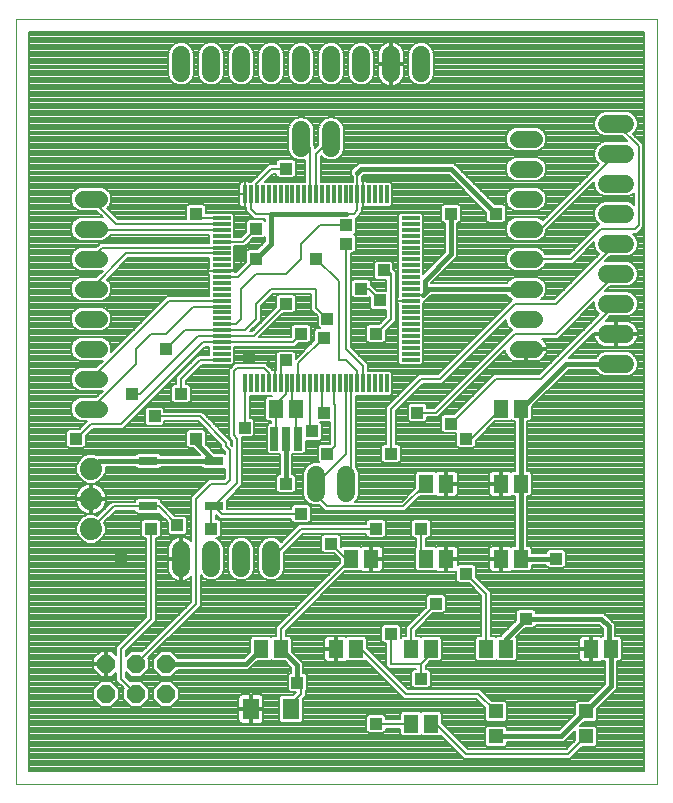
<source format=gtl>
G75*
%MOIN*%
%OFA0B0*%
%FSLAX24Y24*%
%IPPOS*%
%LPD*%
%AMOC8*
5,1,8,0,0,1.08239X$1,22.5*
%
%ADD10C,0.0000*%
%ADD11C,0.0600*%
%ADD12R,0.0512X0.0591*%
%ADD13R,0.0551X0.0709*%
%ADD14R,0.0591X0.0118*%
%ADD15R,0.0118X0.0591*%
%ADD16OC8,0.0610*%
%ADD17C,0.0740*%
%ADD18R,0.0472X0.0472*%
%ADD19C,0.0560*%
%ADD20R,0.0600X0.0300*%
%ADD21R,0.0276X0.0787*%
%ADD22C,0.0080*%
%ADD23R,0.0396X0.0396*%
%ADD24C,0.0160*%
D10*
X001140Y001640D02*
X001140Y027136D01*
X022510Y027136D01*
X022510Y001640D01*
X001140Y001640D01*
D11*
X006640Y008840D02*
X006640Y009440D01*
X007640Y009440D02*
X007640Y008840D01*
X008640Y008840D02*
X008640Y009440D01*
X009640Y009440D02*
X009640Y008840D01*
X011140Y011340D02*
X011140Y011940D01*
X012140Y011940D02*
X012140Y011340D01*
X020840Y015640D02*
X021440Y015640D01*
X021440Y016640D02*
X020840Y016640D01*
X020840Y017640D02*
X021440Y017640D01*
X021440Y018640D02*
X020840Y018640D01*
X020840Y019640D02*
X021440Y019640D01*
X021440Y020640D02*
X020840Y020640D01*
X020840Y021640D02*
X021440Y021640D01*
X021440Y022640D02*
X020840Y022640D01*
X020840Y023640D02*
X021440Y023640D01*
X014640Y025340D02*
X014640Y025940D01*
X013640Y025940D02*
X013640Y025340D01*
X012640Y025340D02*
X012640Y025940D01*
X011640Y025940D02*
X011640Y025340D01*
X010640Y025340D02*
X010640Y025940D01*
X009640Y025940D02*
X009640Y025340D01*
X008640Y025340D02*
X008640Y025940D01*
X007640Y025940D02*
X007640Y025340D01*
X006640Y025340D02*
X006640Y025940D01*
X010640Y023440D02*
X010640Y022840D01*
X011640Y022840D02*
X011640Y023440D01*
D12*
X010475Y014140D03*
X009805Y014140D03*
X012305Y009140D03*
X012975Y009140D03*
X014805Y009140D03*
X015475Y009140D03*
X017305Y009140D03*
X017975Y009140D03*
X017975Y011640D03*
X017305Y011640D03*
X015475Y011640D03*
X014805Y011640D03*
X017305Y014140D03*
X017975Y014140D03*
X017475Y006140D03*
X016805Y006140D03*
X014975Y006140D03*
X014305Y006140D03*
X012475Y006140D03*
X011805Y006140D03*
X009975Y006140D03*
X009305Y006140D03*
X014305Y003640D03*
X014975Y003640D03*
X020305Y006140D03*
X020975Y006140D03*
D13*
X010309Y004140D03*
X008971Y004140D03*
D14*
X007990Y015778D03*
X007990Y015975D03*
X007990Y016171D03*
X007990Y016368D03*
X007990Y016565D03*
X007990Y016762D03*
X007990Y016959D03*
X007990Y017156D03*
X007990Y017353D03*
X007990Y017549D03*
X007990Y017746D03*
X007990Y017943D03*
X007990Y018140D03*
X007990Y018337D03*
X007990Y018534D03*
X007990Y018731D03*
X007990Y018927D03*
X007990Y019124D03*
X007990Y019321D03*
X007990Y019518D03*
X007990Y019715D03*
X007990Y019912D03*
X007990Y020109D03*
X007990Y020305D03*
X007990Y020502D03*
X014290Y020502D03*
X014290Y020305D03*
X014290Y020109D03*
X014290Y019912D03*
X014290Y019715D03*
X014290Y019518D03*
X014290Y019321D03*
X014290Y019124D03*
X014290Y018927D03*
X014290Y018731D03*
X014290Y018534D03*
X014290Y018337D03*
X014290Y018140D03*
X014290Y017943D03*
X014290Y017746D03*
X014290Y017549D03*
X014290Y017353D03*
X014290Y017156D03*
X014290Y016959D03*
X014290Y016762D03*
X014290Y016565D03*
X014290Y016368D03*
X014290Y016171D03*
X014290Y015975D03*
X014290Y015778D03*
D15*
X013502Y014990D03*
X013305Y014990D03*
X013109Y014990D03*
X012912Y014990D03*
X012715Y014990D03*
X012518Y014990D03*
X012321Y014990D03*
X012124Y014990D03*
X011927Y014990D03*
X011731Y014990D03*
X011534Y014990D03*
X011337Y014990D03*
X011140Y014990D03*
X010943Y014990D03*
X010746Y014990D03*
X010549Y014990D03*
X010353Y014990D03*
X010156Y014990D03*
X009959Y014990D03*
X009762Y014990D03*
X009565Y014990D03*
X009368Y014990D03*
X009171Y014990D03*
X008975Y014990D03*
X008778Y014990D03*
X008778Y021290D03*
X008975Y021290D03*
X009171Y021290D03*
X009368Y021290D03*
X009565Y021290D03*
X009762Y021290D03*
X009959Y021290D03*
X010156Y021290D03*
X010353Y021290D03*
X010549Y021290D03*
X010746Y021290D03*
X010943Y021290D03*
X011140Y021290D03*
X011337Y021290D03*
X011534Y021290D03*
X011731Y021290D03*
X011927Y021290D03*
X012124Y021290D03*
X012321Y021290D03*
X012518Y021290D03*
X012715Y021290D03*
X012912Y021290D03*
X013109Y021290D03*
X013305Y021290D03*
X013502Y021290D03*
D16*
X006140Y005640D03*
X006140Y004640D03*
X005140Y004640D03*
X005140Y005640D03*
X004140Y005640D03*
X004140Y004640D03*
D17*
X003640Y010140D03*
X003640Y011140D03*
X003640Y012140D03*
D18*
X017140Y004053D03*
X017140Y003227D03*
X020140Y003227D03*
X020140Y004053D03*
D19*
X018420Y016140D02*
X017860Y016140D01*
X017860Y017140D02*
X018420Y017140D01*
X018420Y018140D02*
X017860Y018140D01*
X017860Y019140D02*
X018420Y019140D01*
X018420Y020140D02*
X017860Y020140D01*
X017860Y021140D02*
X018420Y021140D01*
X018420Y022140D02*
X017860Y022140D01*
X017860Y023140D02*
X018420Y023140D01*
X003920Y021140D02*
X003360Y021140D01*
X003360Y020140D02*
X003920Y020140D01*
X003920Y019140D02*
X003360Y019140D01*
X003360Y018140D02*
X003920Y018140D01*
X003920Y017140D02*
X003360Y017140D01*
X003360Y016140D02*
X003920Y016140D01*
X003920Y015140D02*
X003360Y015140D01*
X003360Y014140D02*
X003920Y014140D01*
D20*
X005540Y012390D03*
X005540Y010890D03*
X007740Y010890D03*
X007740Y012390D03*
D21*
X009746Y013140D03*
X010140Y013140D03*
X010534Y013140D03*
D22*
X010475Y013199D01*
X010475Y014140D01*
X010353Y014262D01*
X010353Y014990D01*
X010549Y014990D02*
X010549Y015674D01*
X011390Y016515D01*
X011072Y016547D02*
X010958Y016547D01*
X010958Y016625D02*
X011072Y016625D01*
X011072Y016704D02*
X010958Y016704D01*
X010958Y016782D02*
X011091Y016782D01*
X011072Y016763D02*
X011072Y016423D01*
X010458Y015809D01*
X010458Y016013D01*
X010388Y016083D01*
X009892Y016083D01*
X009822Y016013D01*
X009822Y015660D01*
X009799Y015637D01*
X009799Y015634D01*
X009797Y015632D01*
X009799Y015568D01*
X009799Y015426D01*
X009762Y015426D01*
X009706Y015426D01*
X009550Y015581D01*
X009456Y015675D01*
X008449Y015675D01*
X008355Y015581D01*
X008324Y015550D01*
X008324Y015550D01*
X008230Y015456D01*
X008230Y013199D01*
X008355Y013074D01*
X008355Y012901D01*
X008300Y012956D01*
X008300Y013081D01*
X008206Y013175D01*
X007425Y013956D01*
X008230Y013956D01*
X008230Y013878D02*
X007504Y013878D01*
X007582Y013799D02*
X008230Y013799D01*
X008230Y013721D02*
X007661Y013721D01*
X007739Y013642D02*
X008230Y013642D01*
X008230Y013564D02*
X007818Y013564D01*
X007896Y013485D02*
X008230Y013485D01*
X008230Y013407D02*
X007975Y013407D01*
X008053Y013328D02*
X008230Y013328D01*
X008230Y013250D02*
X008132Y013250D01*
X008206Y013175D02*
X008206Y013175D01*
X008210Y013171D02*
X008258Y013171D01*
X008289Y013093D02*
X008336Y013093D01*
X008355Y013014D02*
X008300Y013014D01*
X008321Y012936D02*
X008355Y012936D01*
X008265Y012765D02*
X008140Y012890D01*
X008140Y013015D01*
X007265Y013890D01*
X005765Y013890D01*
X006083Y014050D02*
X006083Y014138D01*
X006013Y014208D01*
X005517Y014208D01*
X005447Y014138D01*
X005447Y013642D01*
X004868Y013642D01*
X004790Y013564D02*
X007365Y013564D01*
X007388Y013458D02*
X006892Y013458D01*
X006822Y013388D01*
X006822Y012892D01*
X006892Y012822D01*
X007025Y012822D01*
X007057Y012790D01*
X007257Y012590D01*
X005960Y012590D01*
X005890Y012660D01*
X005190Y012660D01*
X005120Y012590D01*
X003834Y012590D01*
X003737Y012630D01*
X003543Y012630D01*
X003362Y012555D01*
X003225Y012418D01*
X003150Y012237D01*
X003150Y012043D01*
X003225Y011862D01*
X003362Y011725D01*
X003543Y011650D01*
X003737Y011650D01*
X003918Y011725D01*
X004055Y011862D01*
X004130Y012043D01*
X004130Y012190D01*
X005120Y012190D01*
X005190Y012120D01*
X005890Y012120D01*
X005960Y012190D01*
X007320Y012190D01*
X007390Y012120D01*
X008090Y012120D01*
X008105Y012135D01*
X008105Y011831D01*
X008074Y011800D01*
X007574Y011800D01*
X007480Y011706D01*
X006980Y011206D01*
X006980Y009721D01*
X006976Y009727D01*
X006927Y009776D01*
X006871Y009816D01*
X006809Y009848D01*
X006743Y009869D01*
X006680Y009879D01*
X006680Y009180D01*
X006600Y009180D01*
X006600Y009879D01*
X006537Y009869D01*
X006471Y009848D01*
X006409Y009816D01*
X006353Y009776D01*
X006304Y009727D01*
X006264Y009671D01*
X006232Y009609D01*
X006211Y009543D01*
X006200Y009475D01*
X006200Y009180D01*
X006600Y009180D01*
X006600Y009100D01*
X006680Y009100D01*
X006680Y008401D01*
X006743Y008411D01*
X006809Y008432D01*
X006871Y008464D01*
X006927Y008504D01*
X006976Y008553D01*
X006980Y008559D01*
X006980Y007706D01*
X005327Y006054D01*
X005316Y006065D01*
X004964Y006065D01*
X004800Y005901D01*
X004800Y006074D01*
X005800Y007074D01*
X005800Y009822D01*
X005888Y009822D01*
X005958Y009892D01*
X005958Y010388D01*
X005888Y010458D01*
X005392Y010458D01*
X005322Y010388D01*
X005322Y009892D01*
X005392Y009822D01*
X005480Y009822D01*
X005480Y007206D01*
X004574Y006300D01*
X004480Y006206D01*
X004480Y005929D01*
X004324Y006085D01*
X004180Y006085D01*
X004180Y005680D01*
X004100Y005680D01*
X004100Y006085D01*
X003956Y006085D01*
X003695Y005824D01*
X003695Y005680D01*
X004100Y005680D01*
X004100Y005600D01*
X004180Y005600D01*
X004180Y005195D01*
X004324Y005195D01*
X004480Y005351D01*
X004480Y005074D01*
X004726Y004827D01*
X004715Y004816D01*
X004715Y004464D01*
X004964Y004215D01*
X005316Y004215D01*
X005565Y004464D01*
X005565Y004816D01*
X005316Y005065D01*
X004964Y005065D01*
X004953Y005054D01*
X004800Y005206D01*
X004800Y005379D01*
X004964Y005215D01*
X005316Y005215D01*
X005565Y005464D01*
X005565Y005816D01*
X005554Y005827D01*
X007206Y007480D01*
X007300Y007574D01*
X007300Y008586D01*
X007402Y008484D01*
X007556Y008420D01*
X007724Y008420D01*
X007878Y008484D01*
X007996Y008602D01*
X008060Y008756D01*
X008060Y009524D01*
X007996Y009678D01*
X007878Y009796D01*
X007816Y009822D01*
X007888Y009822D01*
X007958Y009892D01*
X007958Y010388D01*
X007888Y010458D01*
X007800Y010458D01*
X007800Y010604D01*
X007924Y010480D01*
X010322Y010480D01*
X010322Y010392D01*
X010392Y010322D01*
X010888Y010322D01*
X010958Y010392D01*
X010958Y010888D01*
X010888Y010958D01*
X010392Y010958D01*
X010322Y010888D01*
X010322Y010800D01*
X008160Y010800D01*
X008160Y011084D01*
X008675Y011599D01*
X008675Y013197D01*
X009013Y013197D01*
X009083Y013267D01*
X009083Y013763D01*
X009013Y013833D01*
X008925Y013833D01*
X008925Y014575D01*
X009631Y014575D01*
X009649Y014565D01*
X009684Y014555D01*
X009500Y014555D01*
X009429Y014485D01*
X009429Y013795D01*
X009500Y013725D01*
X009645Y013725D01*
X009645Y013654D01*
X009559Y013654D01*
X009489Y013583D01*
X009489Y012697D01*
X009559Y012626D01*
X009934Y012626D01*
X009940Y012633D01*
X009940Y011958D01*
X009892Y011958D01*
X009822Y011888D01*
X009822Y011392D01*
X009892Y011322D01*
X010388Y011322D01*
X010458Y011392D01*
X010458Y011888D01*
X010388Y011958D01*
X010340Y011958D01*
X010340Y012633D01*
X010346Y012626D01*
X010721Y012626D01*
X010791Y012697D01*
X010791Y013072D01*
X011263Y013072D01*
X011333Y013142D01*
X011333Y013638D01*
X011274Y013697D01*
X011605Y013697D01*
X011605Y012958D01*
X011267Y012958D01*
X011197Y012888D01*
X011197Y012392D01*
X011233Y012356D01*
X011224Y012360D01*
X011056Y012360D01*
X010902Y012296D01*
X010784Y012178D01*
X010720Y012024D01*
X010720Y011256D01*
X010784Y011102D01*
X010902Y010984D01*
X011056Y010920D01*
X011224Y010920D01*
X011248Y010930D01*
X011449Y010730D01*
X014122Y010730D01*
X014215Y010824D01*
X014616Y011225D01*
X015111Y011225D01*
X015126Y011240D01*
X015133Y011233D01*
X015165Y011214D01*
X015200Y011205D01*
X015435Y011205D01*
X015435Y011600D01*
X015515Y011600D01*
X015515Y011680D01*
X015871Y011680D01*
X015871Y011954D01*
X015861Y011989D01*
X015843Y012021D01*
X015817Y012047D01*
X015785Y012066D01*
X015749Y012075D01*
X015515Y012075D01*
X015515Y011680D01*
X015435Y011680D01*
X015435Y012075D01*
X015200Y012075D01*
X015165Y012066D01*
X015133Y012047D01*
X015126Y012040D01*
X015111Y012055D01*
X014500Y012055D01*
X014429Y011985D01*
X014429Y011490D01*
X013989Y011050D01*
X012444Y011050D01*
X012496Y011102D01*
X012560Y011256D01*
X012560Y012024D01*
X012496Y012178D01*
X012481Y012193D01*
X012481Y014575D01*
X013611Y014575D01*
X013681Y014645D01*
X013681Y015335D01*
X013611Y015406D01*
X012875Y015406D01*
X012875Y015631D01*
X012781Y015725D01*
X012300Y016206D01*
X012300Y019322D01*
X012388Y019322D01*
X012458Y019392D01*
X012458Y019888D01*
X012393Y019953D01*
X012458Y020017D01*
X012458Y020482D01*
X012675Y020699D01*
X012675Y020854D01*
X012715Y020854D01*
X012792Y020854D01*
X012828Y020864D01*
X012846Y020874D01*
X013611Y020874D01*
X013681Y020945D01*
X013681Y021635D01*
X013611Y021705D01*
X012846Y021705D01*
X012828Y021715D01*
X012792Y021725D01*
X012715Y021725D01*
X012715Y021290D01*
X012715Y021290D01*
X012715Y021725D01*
X012678Y021725D01*
X012678Y021895D01*
X012723Y021940D01*
X015557Y021940D01*
X016822Y020675D01*
X016822Y020392D01*
X016892Y020322D01*
X017388Y020322D01*
X017458Y020392D01*
X017458Y020888D01*
X017388Y020958D01*
X017105Y020958D01*
X015840Y022223D01*
X015723Y022340D01*
X012557Y022340D01*
X012318Y022101D01*
X012318Y021935D01*
X012358Y021895D01*
X012358Y021705D01*
X011300Y021705D01*
X011300Y022574D01*
X011306Y022580D01*
X011402Y022484D01*
X011556Y022420D01*
X011724Y022420D01*
X011878Y022484D01*
X011996Y022602D01*
X012060Y022756D01*
X012060Y023524D01*
X011996Y023678D01*
X011878Y023796D01*
X011724Y023860D01*
X011556Y023860D01*
X011402Y023796D01*
X011284Y023678D01*
X011220Y023524D01*
X011220Y022946D01*
X011103Y022829D01*
X011103Y022903D01*
X011060Y022946D01*
X011060Y023524D01*
X010996Y023678D01*
X010878Y023796D01*
X010724Y023860D01*
X010556Y023860D01*
X010402Y023796D01*
X010284Y023678D01*
X010220Y023524D01*
X010220Y022756D01*
X010284Y022602D01*
X010402Y022484D01*
X010556Y022420D01*
X010724Y022420D01*
X010783Y022445D01*
X010783Y021705D01*
X009431Y021705D01*
X009706Y021980D01*
X009822Y021980D01*
X009822Y021892D01*
X009892Y021822D01*
X010388Y021822D01*
X010458Y021892D01*
X010458Y022388D01*
X010388Y022458D01*
X009892Y022458D01*
X009822Y022388D01*
X009822Y022300D01*
X009574Y022300D01*
X009074Y021800D01*
X008980Y021706D01*
X008980Y021705D01*
X008909Y021705D01*
X008891Y021715D01*
X008855Y021725D01*
X008778Y021725D01*
X008778Y021290D01*
X008778Y021290D01*
X008778Y021725D01*
X008700Y021725D01*
X008665Y021715D01*
X008633Y021697D01*
X008607Y021671D01*
X008588Y021639D01*
X008579Y021603D01*
X008579Y021290D01*
X008778Y021290D01*
X008778Y021290D01*
X008778Y020854D01*
X008815Y020854D01*
X008815Y020739D01*
X008980Y020574D01*
X009074Y020480D01*
X009440Y020480D01*
X009440Y020406D01*
X009388Y020458D01*
X008892Y020458D01*
X008822Y020388D01*
X008822Y020048D01*
X008649Y019875D01*
X008406Y019875D01*
X008406Y020611D01*
X008335Y020681D01*
X007645Y020681D01*
X007626Y020662D01*
X007458Y020662D01*
X007458Y020888D01*
X007388Y020958D01*
X006892Y020958D01*
X006822Y020888D01*
X006822Y020465D01*
X004541Y020465D01*
X004176Y020830D01*
X004259Y020913D01*
X004320Y021060D01*
X004320Y021220D01*
X004259Y021367D01*
X004147Y021479D01*
X004000Y021540D01*
X003280Y021540D01*
X003133Y021479D01*
X003021Y021367D01*
X002960Y021220D01*
X002960Y021060D01*
X003021Y020913D01*
X003133Y020801D01*
X003280Y020740D01*
X003814Y020740D01*
X004024Y020530D01*
X004000Y020540D01*
X003280Y020540D01*
X003133Y020479D01*
X003021Y020367D01*
X002960Y020220D01*
X002960Y020060D01*
X003021Y019913D01*
X003133Y019801D01*
X003280Y019740D01*
X004000Y019740D01*
X004147Y019801D01*
X004259Y019913D01*
X004274Y019949D01*
X007575Y019949D01*
X007575Y019678D01*
X003952Y019678D01*
X003858Y019584D01*
X003814Y019540D01*
X003280Y019540D01*
X003133Y019479D01*
X003021Y019367D01*
X002960Y019220D01*
X002960Y019060D01*
X003021Y018913D01*
X003133Y018801D01*
X003280Y018740D01*
X004000Y018740D01*
X004024Y018750D01*
X003814Y018540D01*
X003280Y018540D01*
X003133Y018479D01*
X003021Y018367D01*
X002960Y018220D01*
X002960Y018060D01*
X003021Y017913D01*
X003133Y017801D01*
X003280Y017740D01*
X004000Y017740D01*
X004147Y017801D01*
X004259Y017913D01*
X004320Y018060D01*
X004320Y018220D01*
X004259Y018367D01*
X004176Y018450D01*
X004887Y019161D01*
X007575Y019161D01*
X007575Y018862D01*
X007565Y018844D01*
X007555Y018808D01*
X007555Y018731D01*
X007990Y018731D01*
X007990Y018731D01*
X007555Y018731D01*
X007555Y018653D01*
X007565Y018617D01*
X007575Y018599D01*
X007575Y017906D01*
X006180Y017906D01*
X006086Y017813D01*
X004310Y016036D01*
X004320Y016060D01*
X004320Y016220D01*
X004259Y016367D01*
X004147Y016479D01*
X004000Y016540D01*
X003280Y016540D01*
X003133Y016479D01*
X003021Y016367D01*
X002960Y016220D01*
X002960Y016060D01*
X003021Y015913D01*
X003133Y015801D01*
X003280Y015740D01*
X004000Y015740D01*
X004024Y015750D01*
X003814Y015540D01*
X003280Y015540D01*
X003133Y015479D01*
X003021Y015367D01*
X002960Y015220D01*
X002960Y015060D01*
X003021Y014913D01*
X003133Y014801D01*
X003280Y014740D01*
X004000Y014740D01*
X004024Y014750D01*
X003814Y014540D01*
X003280Y014540D01*
X003133Y014479D01*
X003021Y014367D01*
X002960Y014220D01*
X002960Y014060D01*
X003021Y013913D01*
X003133Y013801D01*
X003280Y013740D01*
X003514Y013740D01*
X003480Y013706D01*
X003232Y013458D01*
X002892Y013458D01*
X002822Y013388D01*
X002822Y012892D01*
X002892Y012822D01*
X003388Y012822D01*
X003458Y012892D01*
X003458Y013232D01*
X003706Y013480D01*
X004706Y013480D01*
X007435Y016208D01*
X007575Y016208D01*
X007575Y015938D01*
X007212Y015938D01*
X006574Y015300D01*
X006480Y015206D01*
X006480Y014958D01*
X006392Y014958D01*
X006322Y014888D01*
X006322Y014392D01*
X006392Y014322D01*
X006888Y014322D01*
X006958Y014392D01*
X006958Y014888D01*
X006888Y014958D01*
X006800Y014958D01*
X006800Y015074D01*
X007344Y015618D01*
X007626Y015618D01*
X007645Y015599D01*
X008335Y015599D01*
X008406Y015669D01*
X008406Y016208D01*
X010435Y016208D01*
X010528Y016302D01*
X010548Y016322D01*
X010888Y016322D01*
X010958Y016392D01*
X010958Y016888D01*
X010888Y016958D01*
X010392Y016958D01*
X010322Y016888D01*
X010322Y016548D01*
X010302Y016528D01*
X009255Y016528D01*
X010048Y017322D01*
X010388Y017322D01*
X010458Y017392D01*
X010458Y017888D01*
X010388Y017958D01*
X009892Y017958D01*
X009822Y017888D01*
X009822Y017548D01*
X008999Y016725D01*
X008951Y016725D01*
X009206Y016980D01*
X009300Y017074D01*
X009300Y017574D01*
X009706Y017980D01*
X010980Y017980D01*
X010980Y017449D01*
X011197Y017232D01*
X011197Y016892D01*
X011256Y016833D01*
X011142Y016833D01*
X011072Y016763D01*
X010958Y016861D02*
X011229Y016861D01*
X011197Y016939D02*
X010907Y016939D01*
X010640Y016640D02*
X010368Y016368D01*
X007990Y016368D01*
X007368Y016368D01*
X004640Y013640D01*
X003640Y013640D01*
X003140Y013140D01*
X003458Y013171D02*
X006822Y013171D01*
X006822Y013093D02*
X003458Y013093D01*
X003458Y013014D02*
X006822Y013014D01*
X006822Y012936D02*
X003458Y012936D01*
X003423Y012857D02*
X006857Y012857D01*
X007069Y012779D02*
X001580Y012779D01*
X001580Y012857D02*
X002857Y012857D01*
X002822Y012936D02*
X001580Y012936D01*
X001580Y013014D02*
X002822Y013014D01*
X002822Y013093D02*
X001580Y013093D01*
X001580Y013171D02*
X002822Y013171D01*
X002822Y013250D02*
X001580Y013250D01*
X001580Y013328D02*
X002822Y013328D01*
X002841Y013407D02*
X001580Y013407D01*
X001580Y013485D02*
X003259Y013485D01*
X003337Y013564D02*
X001580Y013564D01*
X001580Y013642D02*
X003416Y013642D01*
X003494Y013721D02*
X001580Y013721D01*
X001580Y013799D02*
X003138Y013799D01*
X003057Y013878D02*
X001580Y013878D01*
X001580Y013956D02*
X003003Y013956D01*
X002971Y014035D02*
X001580Y014035D01*
X001580Y014113D02*
X002960Y014113D01*
X002960Y014192D02*
X001580Y014192D01*
X001580Y014270D02*
X002981Y014270D01*
X003013Y014349D02*
X001580Y014349D01*
X001580Y014427D02*
X003081Y014427D01*
X003197Y014506D02*
X001580Y014506D01*
X001580Y014584D02*
X003858Y014584D01*
X003936Y014663D02*
X001580Y014663D01*
X001580Y014741D02*
X003278Y014741D01*
X003115Y014820D02*
X001580Y014820D01*
X001580Y014898D02*
X003036Y014898D01*
X002995Y014977D02*
X001580Y014977D01*
X001580Y015055D02*
X002962Y015055D01*
X002960Y015134D02*
X001580Y015134D01*
X001580Y015212D02*
X002960Y015212D01*
X002989Y015291D02*
X001580Y015291D01*
X001580Y015369D02*
X003023Y015369D01*
X003102Y015448D02*
X001580Y015448D01*
X001580Y015526D02*
X003247Y015526D01*
X003228Y015762D02*
X001580Y015762D01*
X001580Y015840D02*
X003094Y015840D01*
X003019Y015919D02*
X001580Y015919D01*
X001580Y015997D02*
X002986Y015997D01*
X002960Y016076D02*
X001580Y016076D01*
X001580Y016154D02*
X002960Y016154D01*
X002965Y016233D02*
X001580Y016233D01*
X001580Y016311D02*
X002998Y016311D01*
X003044Y016390D02*
X001580Y016390D01*
X001580Y016468D02*
X003122Y016468D01*
X003280Y016740D02*
X004000Y016740D01*
X004147Y016801D01*
X004259Y016913D01*
X004320Y017060D01*
X004320Y017220D01*
X004259Y017367D01*
X004147Y017479D01*
X004000Y017540D01*
X003280Y017540D01*
X003133Y017479D01*
X003021Y017367D01*
X002960Y017220D01*
X002960Y017060D01*
X003021Y016913D01*
X003133Y016801D01*
X003280Y016740D01*
X003179Y016782D02*
X001580Y016782D01*
X001580Y016704D02*
X004977Y016704D01*
X005056Y016782D02*
X004101Y016782D01*
X004206Y016861D02*
X005134Y016861D01*
X005213Y016939D02*
X004270Y016939D01*
X004302Y017018D02*
X005291Y017018D01*
X005370Y017096D02*
X004320Y017096D01*
X004320Y017175D02*
X005448Y017175D01*
X005527Y017253D02*
X004306Y017253D01*
X004274Y017332D02*
X005605Y017332D01*
X005684Y017410D02*
X004216Y017410D01*
X004124Y017489D02*
X005762Y017489D01*
X005841Y017567D02*
X001580Y017567D01*
X001580Y017489D02*
X003156Y017489D01*
X003064Y017410D02*
X001580Y017410D01*
X001580Y017332D02*
X003006Y017332D01*
X002974Y017253D02*
X001580Y017253D01*
X001580Y017175D02*
X002960Y017175D01*
X002960Y017096D02*
X001580Y017096D01*
X001580Y017018D02*
X002978Y017018D01*
X003010Y016939D02*
X001580Y016939D01*
X001580Y016861D02*
X003074Y016861D01*
X003132Y017803D02*
X001580Y017803D01*
X001580Y017881D02*
X003053Y017881D01*
X003002Y017960D02*
X001580Y017960D01*
X001580Y018038D02*
X002969Y018038D01*
X002960Y018117D02*
X001580Y018117D01*
X001580Y018195D02*
X002960Y018195D01*
X002982Y018274D02*
X001580Y018274D01*
X001580Y018352D02*
X003015Y018352D01*
X003085Y018431D02*
X001580Y018431D01*
X001580Y018509D02*
X003206Y018509D01*
X003269Y018745D02*
X001580Y018745D01*
X001580Y018823D02*
X003111Y018823D01*
X003033Y018902D02*
X001580Y018902D01*
X001580Y018980D02*
X002993Y018980D01*
X002961Y019059D02*
X001580Y019059D01*
X001580Y019137D02*
X002960Y019137D01*
X002960Y019216D02*
X001580Y019216D01*
X001580Y019294D02*
X002991Y019294D01*
X003027Y019373D02*
X001580Y019373D01*
X001580Y019451D02*
X003105Y019451D01*
X003255Y019530D02*
X001580Y019530D01*
X001580Y019608D02*
X003882Y019608D01*
X004018Y019518D02*
X007990Y019518D01*
X007990Y019715D02*
X008715Y019715D01*
X009140Y020140D01*
X008822Y020158D02*
X008406Y020158D01*
X008406Y020236D02*
X008822Y020236D01*
X008822Y020315D02*
X008406Y020315D01*
X008406Y020393D02*
X008827Y020393D01*
X009004Y020550D02*
X008406Y020550D01*
X008406Y020472D02*
X009440Y020472D01*
X009640Y020640D02*
X009140Y020640D01*
X008975Y020805D01*
X008975Y021290D01*
X009140Y021321D02*
X009171Y021290D01*
X009140Y021321D02*
X009140Y021640D01*
X009640Y022140D01*
X010140Y022140D01*
X010458Y022120D02*
X010783Y022120D01*
X010783Y022042D02*
X010458Y022042D01*
X010458Y021963D02*
X010783Y021963D01*
X010783Y021885D02*
X010450Y021885D01*
X010458Y022199D02*
X010783Y022199D01*
X010783Y022277D02*
X010458Y022277D01*
X010458Y022356D02*
X010783Y022356D01*
X010783Y022434D02*
X010758Y022434D01*
X010522Y022434D02*
X010412Y022434D01*
X010373Y022513D02*
X001580Y022513D01*
X001580Y022591D02*
X010295Y022591D01*
X010256Y022670D02*
X001580Y022670D01*
X001580Y022748D02*
X010223Y022748D01*
X010220Y022827D02*
X001580Y022827D01*
X001580Y022905D02*
X010220Y022905D01*
X010220Y022984D02*
X001580Y022984D01*
X001580Y023062D02*
X010220Y023062D01*
X010220Y023141D02*
X001580Y023141D01*
X001580Y023219D02*
X010220Y023219D01*
X010220Y023298D02*
X001580Y023298D01*
X001580Y023376D02*
X010220Y023376D01*
X010220Y023455D02*
X001580Y023455D01*
X001580Y023533D02*
X010224Y023533D01*
X010256Y023612D02*
X001580Y023612D01*
X001580Y023690D02*
X010296Y023690D01*
X010375Y023769D02*
X001580Y023769D01*
X001580Y023847D02*
X010525Y023847D01*
X010755Y023847D02*
X011525Y023847D01*
X011375Y023769D02*
X010905Y023769D01*
X010984Y023690D02*
X011296Y023690D01*
X011256Y023612D02*
X011024Y023612D01*
X011056Y023533D02*
X011224Y023533D01*
X011220Y023455D02*
X011060Y023455D01*
X011060Y023376D02*
X011220Y023376D01*
X011220Y023298D02*
X011060Y023298D01*
X011060Y023219D02*
X011220Y023219D01*
X011220Y023141D02*
X011060Y023141D01*
X011060Y023062D02*
X011220Y023062D01*
X011220Y022984D02*
X011060Y022984D01*
X011101Y022905D02*
X011179Y022905D01*
X010943Y022837D02*
X010943Y021290D01*
X011140Y021290D02*
X011140Y022640D01*
X011640Y023140D01*
X012060Y023141D02*
X017460Y023141D01*
X017460Y023219D02*
X012060Y023219D01*
X012060Y023298D02*
X017492Y023298D01*
X017521Y023367D02*
X017460Y023220D01*
X017460Y023060D01*
X017521Y022913D01*
X017633Y022801D01*
X017780Y022740D01*
X018500Y022740D01*
X018647Y022801D01*
X018759Y022913D01*
X018820Y023060D01*
X018820Y023220D01*
X018759Y023367D01*
X018647Y023479D01*
X018500Y023540D01*
X017780Y023540D01*
X017633Y023479D01*
X017521Y023367D01*
X017530Y023376D02*
X012060Y023376D01*
X012060Y023455D02*
X017609Y023455D01*
X017764Y023533D02*
X012056Y023533D01*
X012024Y023612D02*
X020420Y023612D01*
X020420Y023556D02*
X020420Y023724D01*
X020484Y023878D01*
X020602Y023996D01*
X020756Y024060D01*
X021524Y024060D01*
X021678Y023996D01*
X021796Y023878D01*
X021860Y023724D01*
X021860Y023556D01*
X021796Y023402D01*
X021700Y023306D01*
X022050Y022956D01*
X022050Y020199D01*
X021956Y020105D01*
X021831Y019980D01*
X021694Y019980D01*
X021796Y019878D01*
X021860Y019724D01*
X021860Y019556D01*
X021796Y019402D01*
X021678Y019284D01*
X021524Y019220D01*
X020946Y019220D01*
X020786Y019060D01*
X021524Y019060D01*
X021678Y018996D01*
X021796Y018878D01*
X021860Y018724D01*
X021860Y018556D01*
X021796Y018402D01*
X021678Y018284D01*
X021524Y018220D01*
X020946Y018220D01*
X020786Y018060D01*
X021524Y018060D01*
X021678Y017996D01*
X021796Y017878D01*
X021860Y017724D01*
X022070Y017724D01*
X022070Y017646D02*
X021860Y017646D01*
X021860Y017724D02*
X021860Y017556D01*
X021796Y017402D01*
X021678Y017284D01*
X021524Y017220D01*
X020946Y017220D01*
X020806Y017080D01*
X021100Y017080D01*
X021100Y016680D01*
X021180Y016680D01*
X021180Y017080D01*
X021475Y017080D01*
X021543Y017069D01*
X021609Y017048D01*
X021671Y017016D01*
X021727Y016976D01*
X021776Y016927D01*
X021816Y016871D01*
X021848Y016809D01*
X021869Y016743D01*
X021879Y016680D01*
X021180Y016680D01*
X021180Y016600D01*
X021879Y016600D01*
X021869Y016537D01*
X021848Y016471D01*
X021816Y016409D01*
X021776Y016353D01*
X021727Y016304D01*
X021671Y016264D01*
X021609Y016232D01*
X021543Y016211D01*
X021475Y016200D01*
X021180Y016200D01*
X021180Y016600D01*
X021100Y016600D01*
X021100Y016200D01*
X020805Y016200D01*
X020737Y016211D01*
X020671Y016232D01*
X020609Y016264D01*
X020553Y016304D01*
X020504Y016353D01*
X020464Y016409D01*
X020432Y016471D01*
X020411Y016537D01*
X020401Y016600D01*
X021100Y016600D01*
X021100Y016680D01*
X020406Y016680D01*
X019566Y015840D01*
X020468Y015840D01*
X020484Y015878D01*
X020602Y015996D01*
X020756Y016060D01*
X021524Y016060D01*
X021678Y015996D01*
X021796Y015878D01*
X021860Y015724D01*
X021860Y015556D01*
X021796Y015402D01*
X021678Y015284D01*
X021524Y015220D01*
X020756Y015220D01*
X020602Y015284D01*
X020484Y015402D01*
X020468Y015440D01*
X019557Y015440D01*
X018351Y014233D01*
X018351Y013795D01*
X018280Y013725D01*
X018175Y013725D01*
X018175Y012055D01*
X018280Y012055D01*
X018351Y011985D01*
X018351Y011295D01*
X018280Y011225D01*
X018175Y011225D01*
X018175Y009555D01*
X018280Y009555D01*
X018351Y009485D01*
X018351Y009340D01*
X018822Y009340D01*
X018822Y009388D01*
X018892Y009458D01*
X019388Y009458D01*
X019458Y009388D01*
X019458Y008892D01*
X019388Y008822D01*
X018892Y008822D01*
X018822Y008892D01*
X018822Y008940D01*
X018351Y008940D01*
X018351Y008795D01*
X018280Y008725D01*
X017669Y008725D01*
X017654Y008740D01*
X017647Y008733D01*
X017615Y008714D01*
X017580Y008705D01*
X017345Y008705D01*
X017345Y009100D01*
X017265Y009100D01*
X016909Y009100D01*
X016909Y008826D01*
X016919Y008791D01*
X016937Y008759D01*
X016963Y008733D01*
X016995Y008714D01*
X017031Y008705D01*
X017265Y008705D01*
X017265Y009100D01*
X017265Y009180D01*
X016909Y009180D01*
X016909Y009454D01*
X016919Y009489D01*
X016937Y009521D01*
X016963Y009547D01*
X016995Y009566D01*
X017031Y009575D01*
X017265Y009575D01*
X017265Y009180D01*
X017345Y009180D01*
X017345Y009575D01*
X017580Y009575D01*
X017615Y009566D01*
X017647Y009547D01*
X017654Y009540D01*
X017669Y009555D01*
X017775Y009555D01*
X017775Y011225D01*
X017669Y011225D01*
X017654Y011240D01*
X017647Y011233D01*
X017615Y011214D01*
X017580Y011205D01*
X017345Y011205D01*
X017345Y011600D01*
X017265Y011600D01*
X016909Y011600D01*
X016909Y011326D01*
X016919Y011291D01*
X016937Y011259D01*
X016963Y011233D01*
X016995Y011214D01*
X017031Y011205D01*
X017265Y011205D01*
X017265Y011600D01*
X017265Y011680D01*
X016909Y011680D01*
X016909Y011954D01*
X016919Y011989D01*
X016937Y012021D01*
X016963Y012047D01*
X016995Y012066D01*
X017031Y012075D01*
X017265Y012075D01*
X017265Y011680D01*
X017345Y011680D01*
X017345Y012075D01*
X017580Y012075D01*
X017615Y012066D01*
X017647Y012047D01*
X017654Y012040D01*
X017669Y012055D01*
X017775Y012055D01*
X017775Y013725D01*
X017669Y013725D01*
X017640Y013754D01*
X017611Y013725D01*
X017116Y013725D01*
X016458Y013066D01*
X016458Y012892D01*
X016388Y012822D01*
X015892Y012822D01*
X015822Y012892D01*
X015822Y013322D01*
X015392Y013322D01*
X015322Y013392D01*
X015322Y013888D01*
X015392Y013958D01*
X015732Y013958D01*
X016980Y015206D01*
X017074Y015300D01*
X018574Y015300D01*
X020580Y017306D01*
X020484Y017402D01*
X020420Y017556D01*
X020420Y017694D01*
X019300Y016574D01*
X019300Y016574D01*
X019206Y016480D01*
X018667Y016480D01*
X018694Y016460D01*
X018740Y016414D01*
X018779Y016360D01*
X018809Y016301D01*
X018830Y016238D01*
X018839Y016180D01*
X018180Y016180D01*
X018180Y016100D01*
X018839Y016100D01*
X018830Y016042D01*
X018809Y015979D01*
X018779Y015920D01*
X018740Y015866D01*
X018694Y015820D01*
X018640Y015781D01*
X018581Y015751D01*
X018518Y015730D01*
X018453Y015720D01*
X018180Y015720D01*
X018180Y016100D01*
X018100Y016100D01*
X018100Y015720D01*
X017827Y015720D01*
X017762Y015730D01*
X017699Y015751D01*
X017640Y015781D01*
X017586Y015820D01*
X017540Y015866D01*
X017501Y015920D01*
X017471Y015979D01*
X017450Y016042D01*
X017442Y016091D01*
X015206Y013855D01*
X014833Y013855D01*
X014833Y013767D01*
X014763Y013697D01*
X014267Y013697D01*
X014197Y013767D01*
X014197Y014263D01*
X014267Y014333D01*
X014763Y014333D01*
X014833Y014263D01*
X014833Y014175D01*
X015074Y014175D01*
X017605Y016706D01*
X017680Y016782D01*
X017633Y016801D01*
X017521Y016913D01*
X017460Y017060D01*
X017460Y017109D01*
X015331Y014980D01*
X014706Y014980D01*
X013800Y014074D01*
X013800Y012958D01*
X013888Y012958D01*
X013958Y012888D01*
X013958Y012392D01*
X013888Y012322D01*
X013392Y012322D01*
X013322Y012392D01*
X013322Y012888D01*
X013392Y012958D01*
X013480Y012958D01*
X013480Y014206D01*
X014480Y015206D01*
X014574Y015300D01*
X015199Y015300D01*
X017605Y017706D01*
X017680Y017782D01*
X017633Y017801D01*
X017521Y017913D01*
X017510Y017940D01*
X014973Y017940D01*
X014776Y017743D01*
X014725Y017743D01*
X014725Y017669D01*
X014715Y017633D01*
X014705Y017615D01*
X014705Y015669D01*
X014635Y015599D01*
X013945Y015599D01*
X013874Y015669D01*
X013874Y017615D01*
X013864Y017633D01*
X013854Y017669D01*
X013854Y017746D01*
X014290Y017746D01*
X014290Y017746D01*
X013854Y017746D01*
X013854Y017824D01*
X013864Y017859D01*
X013874Y017878D01*
X013874Y020611D01*
X013945Y020681D01*
X014635Y020681D01*
X014705Y020611D01*
X014705Y018641D01*
X015440Y019376D01*
X015440Y020322D01*
X015392Y020322D01*
X015322Y020392D01*
X015322Y020888D01*
X015392Y020958D01*
X015888Y020958D01*
X015958Y020888D01*
X015958Y020392D01*
X015888Y020322D01*
X015840Y020322D01*
X015840Y019211D01*
X015723Y019094D01*
X014969Y018340D01*
X017510Y018340D01*
X017521Y018367D01*
X017633Y018479D01*
X017780Y018540D01*
X018500Y018540D01*
X018647Y018479D01*
X018759Y018367D01*
X018820Y018220D01*
X018820Y018060D01*
X018759Y017913D01*
X018647Y017801D01*
X018644Y017800D01*
X019074Y017800D01*
X020580Y019306D01*
X020484Y019402D01*
X020420Y019556D01*
X020420Y019694D01*
X019706Y018980D01*
X018787Y018980D01*
X018759Y018913D01*
X018647Y018801D01*
X018500Y018740D01*
X017780Y018740D01*
X017633Y018801D01*
X017521Y018913D01*
X017460Y019060D01*
X017460Y019220D01*
X017521Y019367D01*
X017633Y019479D01*
X017780Y019540D01*
X018500Y019540D01*
X018647Y019479D01*
X018759Y019367D01*
X018787Y019300D01*
X019574Y019300D01*
X020480Y020206D01*
X020574Y020300D01*
X020586Y020300D01*
X020484Y020402D01*
X020420Y020556D01*
X020420Y020724D01*
X020484Y020878D01*
X020602Y020996D01*
X020756Y021060D01*
X021524Y021060D01*
X021678Y020996D01*
X021730Y020944D01*
X021730Y021336D01*
X021678Y021284D01*
X021524Y021220D01*
X020756Y021220D01*
X020602Y021284D01*
X020484Y021402D01*
X020420Y021556D01*
X020420Y021694D01*
X018820Y020094D01*
X018820Y020060D01*
X018759Y019913D01*
X018647Y019801D01*
X018500Y019740D01*
X017780Y019740D01*
X017633Y019801D01*
X017521Y019913D01*
X017460Y020060D01*
X017460Y020220D01*
X017521Y020367D01*
X017633Y020479D01*
X017780Y020540D01*
X018500Y020540D01*
X018647Y020479D01*
X018700Y020426D01*
X020580Y022306D01*
X020484Y022402D01*
X020420Y022556D01*
X020420Y022724D01*
X020484Y022878D01*
X020602Y022996D01*
X020756Y023060D01*
X021494Y023060D01*
X021334Y023220D01*
X020756Y023220D01*
X020602Y023284D01*
X020484Y023402D01*
X020420Y023556D01*
X020430Y023533D02*
X018516Y023533D01*
X018671Y023455D02*
X020462Y023455D01*
X020510Y023376D02*
X018750Y023376D01*
X018788Y023298D02*
X020588Y023298D01*
X020590Y022984D02*
X018788Y022984D01*
X018820Y023062D02*
X021492Y023062D01*
X021413Y023141D02*
X018820Y023141D01*
X018820Y023219D02*
X021335Y023219D01*
X021709Y023298D02*
X022070Y023298D01*
X022070Y023376D02*
X021770Y023376D01*
X021818Y023455D02*
X022070Y023455D01*
X022070Y023533D02*
X021850Y023533D01*
X021860Y023612D02*
X022070Y023612D01*
X022070Y023690D02*
X021860Y023690D01*
X021841Y023769D02*
X022070Y023769D01*
X022070Y023847D02*
X021809Y023847D01*
X021748Y023926D02*
X022070Y023926D01*
X022070Y024004D02*
X021659Y024004D01*
X022070Y024083D02*
X001580Y024083D01*
X001580Y024161D02*
X022070Y024161D01*
X022070Y024240D02*
X001580Y024240D01*
X001580Y024318D02*
X022070Y024318D01*
X022070Y024397D02*
X001580Y024397D01*
X001580Y024475D02*
X022070Y024475D01*
X022070Y024554D02*
X001580Y024554D01*
X001580Y024632D02*
X022070Y024632D01*
X022070Y024711D02*
X001580Y024711D01*
X001580Y024789D02*
X022070Y024789D01*
X022070Y024868D02*
X001580Y024868D01*
X001580Y024946D02*
X006493Y024946D01*
X006556Y024920D02*
X006724Y024920D01*
X006878Y024984D01*
X006996Y025102D01*
X007060Y025256D01*
X007060Y026024D01*
X006996Y026178D01*
X006878Y026296D01*
X006724Y026360D01*
X006556Y026360D01*
X006402Y026296D01*
X006284Y026178D01*
X006220Y026024D01*
X006220Y025256D01*
X006284Y025102D01*
X006402Y024984D01*
X006556Y024920D01*
X006361Y025025D02*
X001580Y025025D01*
X001580Y025103D02*
X006284Y025103D01*
X006251Y025182D02*
X001580Y025182D01*
X001580Y025260D02*
X006220Y025260D01*
X006220Y025339D02*
X001580Y025339D01*
X001580Y025417D02*
X006220Y025417D01*
X006220Y025496D02*
X001580Y025496D01*
X001580Y025574D02*
X006220Y025574D01*
X006220Y025653D02*
X001580Y025653D01*
X001580Y025731D02*
X006220Y025731D01*
X006220Y025810D02*
X001580Y025810D01*
X001580Y025888D02*
X006220Y025888D01*
X006220Y025967D02*
X001580Y025967D01*
X001580Y026045D02*
X006229Y026045D01*
X006261Y026124D02*
X001580Y026124D01*
X001580Y026202D02*
X006308Y026202D01*
X006387Y026281D02*
X001580Y026281D01*
X001580Y026359D02*
X006554Y026359D01*
X006726Y026359D02*
X007554Y026359D01*
X007556Y026360D02*
X007402Y026296D01*
X007284Y026178D01*
X007220Y026024D01*
X007220Y025256D01*
X007284Y025102D01*
X007402Y024984D01*
X007556Y024920D01*
X007724Y024920D01*
X007878Y024984D01*
X007996Y025102D01*
X008060Y025256D01*
X008060Y026024D01*
X007996Y026178D01*
X007878Y026296D01*
X007724Y026360D01*
X007556Y026360D01*
X007726Y026359D02*
X008554Y026359D01*
X008556Y026360D02*
X008402Y026296D01*
X008284Y026178D01*
X008220Y026024D01*
X008220Y025256D01*
X008284Y025102D01*
X008402Y024984D01*
X008556Y024920D01*
X008724Y024920D01*
X008878Y024984D01*
X008996Y025102D01*
X009060Y025256D01*
X009060Y026024D01*
X008996Y026178D01*
X008878Y026296D01*
X008724Y026360D01*
X008556Y026360D01*
X008726Y026359D02*
X009554Y026359D01*
X009556Y026360D02*
X009402Y026296D01*
X009284Y026178D01*
X009220Y026024D01*
X009220Y025256D01*
X009284Y025102D01*
X009402Y024984D01*
X009556Y024920D01*
X009724Y024920D01*
X009878Y024984D01*
X009996Y025102D01*
X010060Y025256D01*
X010060Y026024D01*
X009996Y026178D01*
X009878Y026296D01*
X009724Y026360D01*
X009556Y026360D01*
X009726Y026359D02*
X010554Y026359D01*
X010556Y026360D02*
X010402Y026296D01*
X010284Y026178D01*
X010220Y026024D01*
X010220Y025256D01*
X010284Y025102D01*
X010402Y024984D01*
X010556Y024920D01*
X010724Y024920D01*
X010878Y024984D01*
X010996Y025102D01*
X011060Y025256D01*
X011060Y026024D01*
X010996Y026178D01*
X010878Y026296D01*
X010724Y026360D01*
X010556Y026360D01*
X010726Y026359D02*
X011554Y026359D01*
X011556Y026360D02*
X011402Y026296D01*
X011284Y026178D01*
X011220Y026024D01*
X011220Y025256D01*
X011284Y025102D01*
X011402Y024984D01*
X011556Y024920D01*
X011724Y024920D01*
X011878Y024984D01*
X011996Y025102D01*
X012060Y025256D01*
X012060Y026024D01*
X011996Y026178D01*
X011878Y026296D01*
X011724Y026360D01*
X011556Y026360D01*
X011726Y026359D02*
X012554Y026359D01*
X012556Y026360D02*
X012402Y026296D01*
X012284Y026178D01*
X012220Y026024D01*
X012220Y025256D01*
X012284Y025102D01*
X012402Y024984D01*
X012556Y024920D01*
X012724Y024920D01*
X012878Y024984D01*
X012996Y025102D01*
X013060Y025256D01*
X013060Y026024D01*
X012996Y026178D01*
X012878Y026296D01*
X012724Y026360D01*
X012556Y026360D01*
X012726Y026359D02*
X013506Y026359D01*
X013537Y026369D02*
X013471Y026348D01*
X013409Y026316D01*
X013353Y026276D01*
X013304Y026227D01*
X013264Y026171D01*
X013232Y026109D01*
X013211Y026043D01*
X013200Y025975D01*
X013200Y025680D01*
X013600Y025680D01*
X013600Y026379D01*
X013537Y026369D01*
X013600Y026359D02*
X013680Y026359D01*
X013680Y026379D02*
X013680Y025680D01*
X014080Y025680D01*
X014080Y025975D01*
X014069Y026043D01*
X014048Y026109D01*
X014016Y026171D01*
X013976Y026227D01*
X013927Y026276D01*
X013871Y026316D01*
X013809Y026348D01*
X013743Y026369D01*
X013680Y026379D01*
X013774Y026359D02*
X014554Y026359D01*
X014556Y026360D02*
X014402Y026296D01*
X014284Y026178D01*
X014220Y026024D01*
X014220Y025256D01*
X014284Y025102D01*
X014402Y024984D01*
X014556Y024920D01*
X014724Y024920D01*
X014878Y024984D01*
X014996Y025102D01*
X015060Y025256D01*
X015060Y026024D01*
X014996Y026178D01*
X014878Y026296D01*
X014724Y026360D01*
X014556Y026360D01*
X014726Y026359D02*
X022070Y026359D01*
X022070Y026281D02*
X014893Y026281D01*
X014972Y026202D02*
X022070Y026202D01*
X022070Y026124D02*
X015019Y026124D01*
X015051Y026045D02*
X022070Y026045D01*
X022070Y025967D02*
X015060Y025967D01*
X015060Y025888D02*
X022070Y025888D01*
X022070Y025810D02*
X015060Y025810D01*
X015060Y025731D02*
X022070Y025731D01*
X022070Y025653D02*
X015060Y025653D01*
X015060Y025574D02*
X022070Y025574D01*
X022070Y025496D02*
X015060Y025496D01*
X015060Y025417D02*
X022070Y025417D01*
X022070Y025339D02*
X015060Y025339D01*
X015060Y025260D02*
X022070Y025260D01*
X022070Y025182D02*
X015029Y025182D01*
X014996Y025103D02*
X022070Y025103D01*
X022070Y025025D02*
X014919Y025025D01*
X014786Y024946D02*
X022070Y024946D01*
X021140Y023640D02*
X021890Y022890D01*
X021890Y020265D01*
X021765Y020140D01*
X020640Y020140D01*
X019640Y019140D01*
X018140Y019140D01*
X018511Y018745D02*
X020018Y018745D01*
X020097Y018823D02*
X018669Y018823D01*
X018747Y018902D02*
X020175Y018902D01*
X020254Y018980D02*
X019706Y018980D01*
X019785Y019059D02*
X020332Y019059D01*
X020411Y019137D02*
X019863Y019137D01*
X019942Y019216D02*
X020489Y019216D01*
X020568Y019294D02*
X020020Y019294D01*
X020099Y019373D02*
X020513Y019373D01*
X020464Y019451D02*
X020177Y019451D01*
X020256Y019530D02*
X020431Y019530D01*
X020420Y019608D02*
X020334Y019608D01*
X020413Y019687D02*
X020420Y019687D01*
X020196Y019922D02*
X018763Y019922D01*
X018795Y020001D02*
X020274Y020001D01*
X020353Y020079D02*
X018820Y020079D01*
X018884Y020158D02*
X020431Y020158D01*
X020510Y020236D02*
X018962Y020236D01*
X019041Y020315D02*
X020571Y020315D01*
X020493Y020393D02*
X019119Y020393D01*
X019198Y020472D02*
X020455Y020472D01*
X020423Y020550D02*
X019276Y020550D01*
X019355Y020629D02*
X020420Y020629D01*
X020420Y020707D02*
X019433Y020707D01*
X019512Y020786D02*
X020446Y020786D01*
X020478Y020864D02*
X019590Y020864D01*
X019669Y020943D02*
X020549Y020943D01*
X020662Y021021D02*
X019747Y021021D01*
X019826Y021100D02*
X021730Y021100D01*
X021730Y021178D02*
X019904Y021178D01*
X019983Y021257D02*
X020668Y021257D01*
X020551Y021335D02*
X020061Y021335D01*
X020140Y021414D02*
X020479Y021414D01*
X020447Y021492D02*
X020218Y021492D01*
X020297Y021571D02*
X020420Y021571D01*
X020420Y021649D02*
X020375Y021649D01*
X020158Y021885D02*
X018730Y021885D01*
X018759Y021913D02*
X018820Y022060D01*
X018820Y022220D01*
X018759Y022367D01*
X018647Y022479D01*
X018500Y022540D01*
X017780Y022540D01*
X017633Y022479D01*
X017521Y022367D01*
X017460Y022220D01*
X017460Y022060D01*
X017521Y021913D01*
X017633Y021801D01*
X017780Y021740D01*
X018500Y021740D01*
X018647Y021801D01*
X018759Y021913D01*
X018780Y021963D02*
X020237Y021963D01*
X020315Y022042D02*
X018812Y022042D01*
X018820Y022120D02*
X020394Y022120D01*
X020472Y022199D02*
X018820Y022199D01*
X018796Y022277D02*
X020551Y022277D01*
X020530Y022356D02*
X018764Y022356D01*
X018692Y022434D02*
X020471Y022434D01*
X020438Y022513D02*
X018566Y022513D01*
X018519Y022748D02*
X020430Y022748D01*
X020420Y022670D02*
X012024Y022670D01*
X012057Y022748D02*
X017761Y022748D01*
X017608Y022827D02*
X012060Y022827D01*
X012060Y022905D02*
X017529Y022905D01*
X017492Y022984D02*
X012060Y022984D01*
X012060Y023062D02*
X017460Y023062D01*
X017714Y022513D02*
X011907Y022513D01*
X011985Y022591D02*
X020420Y022591D01*
X020463Y022827D02*
X018672Y022827D01*
X018751Y022905D02*
X020511Y022905D01*
X021140Y022640D02*
X018640Y020140D01*
X018140Y020140D01*
X018560Y019765D02*
X020039Y019765D01*
X020117Y019844D02*
X018689Y019844D01*
X018525Y019530D02*
X019803Y019530D01*
X019882Y019608D02*
X015840Y019608D01*
X015840Y019530D02*
X017755Y019530D01*
X017605Y019451D02*
X015840Y019451D01*
X015840Y019373D02*
X017527Y019373D01*
X017491Y019294D02*
X015840Y019294D01*
X015840Y019216D02*
X017460Y019216D01*
X017460Y019137D02*
X015766Y019137D01*
X015688Y019059D02*
X017461Y019059D01*
X017493Y018980D02*
X015609Y018980D01*
X015531Y018902D02*
X017533Y018902D01*
X017611Y018823D02*
X015452Y018823D01*
X015374Y018745D02*
X017769Y018745D01*
X017706Y018509D02*
X015138Y018509D01*
X015060Y018431D02*
X017585Y018431D01*
X017515Y018352D02*
X014981Y018352D01*
X015217Y018588D02*
X019861Y018588D01*
X019940Y018666D02*
X015295Y018666D01*
X015044Y018980D02*
X014705Y018980D01*
X014705Y018902D02*
X014965Y018902D01*
X014887Y018823D02*
X014705Y018823D01*
X014705Y018745D02*
X014808Y018745D01*
X014730Y018666D02*
X014705Y018666D01*
X014705Y019059D02*
X015122Y019059D01*
X015201Y019137D02*
X014705Y019137D01*
X014705Y019216D02*
X015279Y019216D01*
X015358Y019294D02*
X014705Y019294D01*
X014705Y019373D02*
X015436Y019373D01*
X015440Y019451D02*
X014705Y019451D01*
X014705Y019530D02*
X015440Y019530D01*
X015440Y019608D02*
X014705Y019608D01*
X014705Y019687D02*
X015440Y019687D01*
X015440Y019765D02*
X014705Y019765D01*
X014705Y019844D02*
X015440Y019844D01*
X015440Y019922D02*
X014705Y019922D01*
X014705Y020001D02*
X015440Y020001D01*
X015440Y020079D02*
X014705Y020079D01*
X014705Y020158D02*
X015440Y020158D01*
X015440Y020236D02*
X014705Y020236D01*
X014705Y020315D02*
X015440Y020315D01*
X015322Y020393D02*
X014705Y020393D01*
X014705Y020472D02*
X015322Y020472D01*
X015322Y020550D02*
X014705Y020550D01*
X014687Y020629D02*
X015322Y020629D01*
X015322Y020707D02*
X012675Y020707D01*
X012675Y020786D02*
X015322Y020786D01*
X015322Y020864D02*
X012828Y020864D01*
X012715Y020864D02*
X012715Y020864D01*
X012715Y020854D02*
X012715Y021290D01*
X012715Y021290D01*
X012715Y020854D01*
X012715Y020943D02*
X012715Y020943D01*
X012715Y021021D02*
X012715Y021021D01*
X012715Y021100D02*
X012715Y021100D01*
X012715Y021178D02*
X012715Y021178D01*
X012715Y021257D02*
X012715Y021257D01*
X012715Y021335D02*
X012715Y021335D01*
X012715Y021414D02*
X012715Y021414D01*
X012715Y021492D02*
X012715Y021492D01*
X012715Y021571D02*
X012715Y021571D01*
X012715Y021649D02*
X012715Y021649D01*
X012678Y021728D02*
X015770Y021728D01*
X015691Y021806D02*
X012678Y021806D01*
X012678Y021885D02*
X015613Y021885D01*
X015848Y021649D02*
X013667Y021649D01*
X013681Y021571D02*
X015927Y021571D01*
X016005Y021492D02*
X013681Y021492D01*
X013681Y021414D02*
X016084Y021414D01*
X016162Y021335D02*
X013681Y021335D01*
X013681Y021257D02*
X016241Y021257D01*
X016319Y021178D02*
X013681Y021178D01*
X013681Y021100D02*
X016398Y021100D01*
X016476Y021021D02*
X013681Y021021D01*
X013679Y020943D02*
X015377Y020943D01*
X015903Y020943D02*
X016555Y020943D01*
X016633Y020864D02*
X015958Y020864D01*
X015958Y020786D02*
X016712Y020786D01*
X016790Y020707D02*
X015958Y020707D01*
X015958Y020629D02*
X016822Y020629D01*
X016822Y020550D02*
X015958Y020550D01*
X015958Y020472D02*
X016822Y020472D01*
X016822Y020393D02*
X015958Y020393D01*
X015840Y020315D02*
X017499Y020315D01*
X017467Y020236D02*
X015840Y020236D01*
X015840Y020158D02*
X017460Y020158D01*
X017460Y020079D02*
X015840Y020079D01*
X015840Y020001D02*
X017485Y020001D01*
X017517Y019922D02*
X015840Y019922D01*
X015840Y019844D02*
X017591Y019844D01*
X017720Y019765D02*
X015840Y019765D01*
X015840Y019687D02*
X019960Y019687D01*
X019725Y019451D02*
X018675Y019451D01*
X018753Y019373D02*
X019646Y019373D01*
X019783Y018509D02*
X018574Y018509D01*
X018695Y018431D02*
X019704Y018431D01*
X019626Y018352D02*
X018765Y018352D01*
X018798Y018274D02*
X019547Y018274D01*
X019469Y018195D02*
X018820Y018195D01*
X018820Y018117D02*
X019390Y018117D01*
X019312Y018038D02*
X018811Y018038D01*
X018778Y017960D02*
X019233Y017960D01*
X019155Y017881D02*
X018727Y017881D01*
X018648Y017803D02*
X019076Y017803D01*
X019140Y017640D02*
X021140Y019640D01*
X020942Y019216D02*
X022070Y019216D01*
X022070Y019294D02*
X021688Y019294D01*
X021767Y019373D02*
X022070Y019373D01*
X022070Y019451D02*
X021816Y019451D01*
X021849Y019530D02*
X022070Y019530D01*
X022070Y019608D02*
X021860Y019608D01*
X021860Y019687D02*
X022070Y019687D01*
X022070Y019765D02*
X021843Y019765D01*
X021810Y019844D02*
X022070Y019844D01*
X022070Y019922D02*
X021752Y019922D01*
X021852Y020001D02*
X022070Y020001D01*
X022070Y020079D02*
X021930Y020079D01*
X022009Y020158D02*
X022070Y020158D01*
X022070Y020236D02*
X022050Y020236D01*
X022050Y020315D02*
X022070Y020315D01*
X022070Y020393D02*
X022050Y020393D01*
X022050Y020472D02*
X022070Y020472D01*
X022070Y020550D02*
X022050Y020550D01*
X022050Y020629D02*
X022070Y020629D01*
X022070Y020707D02*
X022050Y020707D01*
X022050Y020786D02*
X022070Y020786D01*
X022070Y020864D02*
X022050Y020864D01*
X022050Y020943D02*
X022070Y020943D01*
X022070Y021021D02*
X022050Y021021D01*
X022050Y021100D02*
X022070Y021100D01*
X022070Y021178D02*
X022050Y021178D01*
X022050Y021257D02*
X022070Y021257D01*
X022070Y021335D02*
X022050Y021335D01*
X022050Y021414D02*
X022070Y021414D01*
X022070Y021492D02*
X022050Y021492D01*
X022050Y021571D02*
X022070Y021571D01*
X022070Y021649D02*
X022050Y021649D01*
X022050Y021728D02*
X022070Y021728D01*
X022070Y021806D02*
X022050Y021806D01*
X022050Y021885D02*
X022070Y021885D01*
X022070Y021963D02*
X022050Y021963D01*
X022050Y022042D02*
X022070Y022042D01*
X022070Y022120D02*
X022050Y022120D01*
X022050Y022199D02*
X022070Y022199D01*
X022070Y022277D02*
X022050Y022277D01*
X022050Y022356D02*
X022070Y022356D01*
X022070Y022434D02*
X022050Y022434D01*
X022050Y022513D02*
X022070Y022513D01*
X022070Y022591D02*
X022050Y022591D01*
X022050Y022670D02*
X022070Y022670D01*
X022070Y022748D02*
X022050Y022748D01*
X022050Y022827D02*
X022070Y022827D01*
X022070Y022905D02*
X022050Y022905D01*
X022070Y022984D02*
X022023Y022984D01*
X022070Y023062D02*
X021944Y023062D01*
X021866Y023141D02*
X022070Y023141D01*
X022070Y023219D02*
X021787Y023219D01*
X020621Y024004D02*
X001580Y024004D01*
X001580Y023926D02*
X020532Y023926D01*
X020471Y023847D02*
X011755Y023847D01*
X011905Y023769D02*
X020439Y023769D01*
X020420Y023690D02*
X011984Y023690D01*
X011786Y024946D02*
X012493Y024946D01*
X012361Y025025D02*
X011919Y025025D01*
X011996Y025103D02*
X012284Y025103D01*
X012251Y025182D02*
X012029Y025182D01*
X012060Y025260D02*
X012220Y025260D01*
X012220Y025339D02*
X012060Y025339D01*
X012060Y025417D02*
X012220Y025417D01*
X012220Y025496D02*
X012060Y025496D01*
X012060Y025574D02*
X012220Y025574D01*
X012220Y025653D02*
X012060Y025653D01*
X012060Y025731D02*
X012220Y025731D01*
X012220Y025810D02*
X012060Y025810D01*
X012060Y025888D02*
X012220Y025888D01*
X012220Y025967D02*
X012060Y025967D01*
X012051Y026045D02*
X012229Y026045D01*
X012261Y026124D02*
X012019Y026124D01*
X011972Y026202D02*
X012308Y026202D01*
X012387Y026281D02*
X011893Y026281D01*
X011387Y026281D02*
X010893Y026281D01*
X010972Y026202D02*
X011308Y026202D01*
X011261Y026124D02*
X011019Y026124D01*
X011051Y026045D02*
X011229Y026045D01*
X011220Y025967D02*
X011060Y025967D01*
X011060Y025888D02*
X011220Y025888D01*
X011220Y025810D02*
X011060Y025810D01*
X011060Y025731D02*
X011220Y025731D01*
X011220Y025653D02*
X011060Y025653D01*
X011060Y025574D02*
X011220Y025574D01*
X011220Y025496D02*
X011060Y025496D01*
X011060Y025417D02*
X011220Y025417D01*
X011220Y025339D02*
X011060Y025339D01*
X011060Y025260D02*
X011220Y025260D01*
X011251Y025182D02*
X011029Y025182D01*
X010996Y025103D02*
X011284Y025103D01*
X011361Y025025D02*
X010919Y025025D01*
X010786Y024946D02*
X011493Y024946D01*
X010493Y024946D02*
X009786Y024946D01*
X009919Y025025D02*
X010361Y025025D01*
X010284Y025103D02*
X009996Y025103D01*
X010029Y025182D02*
X010251Y025182D01*
X010220Y025260D02*
X010060Y025260D01*
X010060Y025339D02*
X010220Y025339D01*
X010220Y025417D02*
X010060Y025417D01*
X010060Y025496D02*
X010220Y025496D01*
X010220Y025574D02*
X010060Y025574D01*
X010060Y025653D02*
X010220Y025653D01*
X010220Y025731D02*
X010060Y025731D01*
X010060Y025810D02*
X010220Y025810D01*
X010220Y025888D02*
X010060Y025888D01*
X010060Y025967D02*
X010220Y025967D01*
X010229Y026045D02*
X010051Y026045D01*
X010019Y026124D02*
X010261Y026124D01*
X010308Y026202D02*
X009972Y026202D01*
X009893Y026281D02*
X010387Y026281D01*
X009387Y026281D02*
X008893Y026281D01*
X008972Y026202D02*
X009308Y026202D01*
X009261Y026124D02*
X009019Y026124D01*
X009051Y026045D02*
X009229Y026045D01*
X009220Y025967D02*
X009060Y025967D01*
X009060Y025888D02*
X009220Y025888D01*
X009220Y025810D02*
X009060Y025810D01*
X009060Y025731D02*
X009220Y025731D01*
X009220Y025653D02*
X009060Y025653D01*
X009060Y025574D02*
X009220Y025574D01*
X009220Y025496D02*
X009060Y025496D01*
X009060Y025417D02*
X009220Y025417D01*
X009220Y025339D02*
X009060Y025339D01*
X009060Y025260D02*
X009220Y025260D01*
X009251Y025182D02*
X009029Y025182D01*
X008996Y025103D02*
X009284Y025103D01*
X009361Y025025D02*
X008919Y025025D01*
X008786Y024946D02*
X009493Y024946D01*
X008493Y024946D02*
X007786Y024946D01*
X007919Y025025D02*
X008361Y025025D01*
X008284Y025103D02*
X007996Y025103D01*
X008029Y025182D02*
X008251Y025182D01*
X008220Y025260D02*
X008060Y025260D01*
X008060Y025339D02*
X008220Y025339D01*
X008220Y025417D02*
X008060Y025417D01*
X008060Y025496D02*
X008220Y025496D01*
X008220Y025574D02*
X008060Y025574D01*
X008060Y025653D02*
X008220Y025653D01*
X008220Y025731D02*
X008060Y025731D01*
X008060Y025810D02*
X008220Y025810D01*
X008220Y025888D02*
X008060Y025888D01*
X008060Y025967D02*
X008220Y025967D01*
X008229Y026045D02*
X008051Y026045D01*
X008019Y026124D02*
X008261Y026124D01*
X008308Y026202D02*
X007972Y026202D01*
X007893Y026281D02*
X008387Y026281D01*
X007387Y026281D02*
X006893Y026281D01*
X006972Y026202D02*
X007308Y026202D01*
X007261Y026124D02*
X007019Y026124D01*
X007051Y026045D02*
X007229Y026045D01*
X007220Y025967D02*
X007060Y025967D01*
X007060Y025888D02*
X007220Y025888D01*
X007220Y025810D02*
X007060Y025810D01*
X007060Y025731D02*
X007220Y025731D01*
X007220Y025653D02*
X007060Y025653D01*
X007060Y025574D02*
X007220Y025574D01*
X007220Y025496D02*
X007060Y025496D01*
X007060Y025417D02*
X007220Y025417D01*
X007220Y025339D02*
X007060Y025339D01*
X007060Y025260D02*
X007220Y025260D01*
X007251Y025182D02*
X007029Y025182D01*
X006996Y025103D02*
X007284Y025103D01*
X007361Y025025D02*
X006919Y025025D01*
X006786Y024946D02*
X007493Y024946D01*
X009551Y022277D02*
X001580Y022277D01*
X001580Y022199D02*
X009472Y022199D01*
X009394Y022120D02*
X001580Y022120D01*
X001580Y022042D02*
X009315Y022042D01*
X009237Y021963D02*
X001580Y021963D01*
X001580Y021885D02*
X009158Y021885D01*
X009080Y021806D02*
X001580Y021806D01*
X001580Y021728D02*
X009001Y021728D01*
X008778Y021649D02*
X008778Y021649D01*
X008778Y021571D02*
X008778Y021571D01*
X008778Y021492D02*
X008778Y021492D01*
X008778Y021414D02*
X008778Y021414D01*
X008778Y021335D02*
X008778Y021335D01*
X008778Y021290D02*
X008579Y021290D01*
X008579Y020976D01*
X008588Y020940D01*
X008607Y020908D01*
X008633Y020882D01*
X008665Y020864D01*
X008700Y020854D01*
X008778Y020854D01*
X008778Y021290D01*
X008778Y021290D01*
X008778Y021257D02*
X008778Y021257D01*
X008778Y021178D02*
X008778Y021178D01*
X008778Y021100D02*
X008778Y021100D01*
X008778Y021021D02*
X008778Y021021D01*
X008778Y020943D02*
X008778Y020943D01*
X008778Y020864D02*
X008778Y020864D01*
X008815Y020786D02*
X007458Y020786D01*
X007458Y020864D02*
X008664Y020864D01*
X008588Y020943D02*
X007403Y020943D01*
X007458Y020707D02*
X008847Y020707D01*
X008925Y020629D02*
X008388Y020629D01*
X007990Y020502D02*
X007278Y020502D01*
X007140Y020640D01*
X006822Y020629D02*
X004378Y020629D01*
X004299Y020707D02*
X006822Y020707D01*
X006822Y020786D02*
X004221Y020786D01*
X004210Y020864D02*
X006822Y020864D01*
X006877Y020943D02*
X004271Y020943D01*
X004304Y021021D02*
X008579Y021021D01*
X008579Y021100D02*
X004320Y021100D01*
X004320Y021178D02*
X008579Y021178D01*
X008579Y021257D02*
X004305Y021257D01*
X004272Y021335D02*
X008579Y021335D01*
X008579Y021414D02*
X004212Y021414D01*
X004115Y021492D02*
X008579Y021492D01*
X008579Y021571D02*
X001580Y021571D01*
X001580Y021649D02*
X008594Y021649D01*
X009454Y021728D02*
X010783Y021728D01*
X010783Y021806D02*
X009532Y021806D01*
X009611Y021885D02*
X009830Y021885D01*
X009822Y021963D02*
X009689Y021963D01*
X009822Y022356D02*
X001580Y022356D01*
X001580Y022434D02*
X009868Y022434D01*
X010640Y023140D02*
X010943Y022837D01*
X011300Y022513D02*
X011373Y022513D01*
X011300Y022434D02*
X011522Y022434D01*
X011300Y022356D02*
X017516Y022356D01*
X017484Y022277D02*
X015786Y022277D01*
X015864Y022199D02*
X017460Y022199D01*
X017460Y022120D02*
X015943Y022120D01*
X016021Y022042D02*
X017468Y022042D01*
X017500Y021963D02*
X016100Y021963D01*
X016178Y021885D02*
X017550Y021885D01*
X017628Y021806D02*
X016257Y021806D01*
X016335Y021728D02*
X020001Y021728D01*
X020080Y021806D02*
X018652Y021806D01*
X018500Y021540D02*
X018647Y021479D01*
X018759Y021367D01*
X018820Y021220D01*
X018820Y021060D01*
X018759Y020913D01*
X018647Y020801D01*
X018500Y020740D01*
X017780Y020740D01*
X017633Y020801D01*
X017521Y020913D01*
X017460Y021060D01*
X017460Y021220D01*
X017521Y021367D01*
X017633Y021479D01*
X017780Y021540D01*
X018500Y021540D01*
X018615Y021492D02*
X019766Y021492D01*
X019844Y021571D02*
X016492Y021571D01*
X016414Y021649D02*
X019923Y021649D01*
X019687Y021414D02*
X018712Y021414D01*
X018772Y021335D02*
X019609Y021335D01*
X019530Y021257D02*
X018805Y021257D01*
X018820Y021178D02*
X019452Y021178D01*
X019373Y021100D02*
X018820Y021100D01*
X018804Y021021D02*
X019295Y021021D01*
X019216Y020943D02*
X018771Y020943D01*
X018710Y020864D02*
X019138Y020864D01*
X019059Y020786D02*
X018610Y020786D01*
X018654Y020472D02*
X018745Y020472D01*
X018824Y020550D02*
X017458Y020550D01*
X017458Y020472D02*
X017626Y020472D01*
X017547Y020393D02*
X017458Y020393D01*
X017458Y020629D02*
X018902Y020629D01*
X018981Y020707D02*
X017458Y020707D01*
X017458Y020786D02*
X017670Y020786D01*
X017570Y020864D02*
X017458Y020864D01*
X017509Y020943D02*
X017403Y020943D01*
X017476Y021021D02*
X017042Y021021D01*
X016963Y021100D02*
X017460Y021100D01*
X017460Y021178D02*
X016885Y021178D01*
X016806Y021257D02*
X017475Y021257D01*
X017508Y021335D02*
X016728Y021335D01*
X016649Y021414D02*
X017568Y021414D01*
X017665Y021492D02*
X016571Y021492D01*
X017588Y022434D02*
X011758Y022434D01*
X011300Y022277D02*
X012494Y022277D01*
X012416Y022199D02*
X011300Y022199D01*
X011300Y022120D02*
X012337Y022120D01*
X012318Y022042D02*
X011300Y022042D01*
X011300Y021963D02*
X012318Y021963D01*
X012358Y021885D02*
X011300Y021885D01*
X011300Y021806D02*
X012358Y021806D01*
X012358Y021728D02*
X011300Y021728D01*
X012140Y020640D02*
X012390Y020640D01*
X012515Y020765D01*
X012515Y021287D01*
X012518Y021290D01*
X012518Y021018D01*
X012518Y021290D02*
X012518Y022018D01*
X012605Y020629D02*
X013892Y020629D01*
X013874Y020550D02*
X012526Y020550D01*
X012458Y020472D02*
X013874Y020472D01*
X013874Y020393D02*
X012458Y020393D01*
X012458Y020315D02*
X013874Y020315D01*
X013874Y020236D02*
X012458Y020236D01*
X012458Y020158D02*
X013874Y020158D01*
X013874Y020079D02*
X012458Y020079D01*
X012441Y020001D02*
X013874Y020001D01*
X013874Y019922D02*
X012424Y019922D01*
X012458Y019844D02*
X013874Y019844D01*
X013874Y019765D02*
X012458Y019765D01*
X012458Y019687D02*
X013874Y019687D01*
X013874Y019608D02*
X012458Y019608D01*
X012458Y019530D02*
X013874Y019530D01*
X013874Y019451D02*
X012458Y019451D01*
X012438Y019373D02*
X013874Y019373D01*
X013874Y019294D02*
X012300Y019294D01*
X012300Y019216D02*
X013874Y019216D01*
X013874Y019137D02*
X012300Y019137D01*
X012300Y019059D02*
X013118Y019059D01*
X013142Y019083D02*
X013072Y019013D01*
X013072Y018517D01*
X013142Y018447D01*
X013480Y018447D01*
X013480Y018083D01*
X013173Y018083D01*
X013050Y018206D01*
X013050Y018206D01*
X012958Y018298D01*
X012958Y018388D01*
X012888Y018458D01*
X012392Y018458D01*
X012322Y018388D01*
X012322Y017892D01*
X012392Y017822D01*
X012888Y017822D01*
X012935Y017869D01*
X012947Y017857D01*
X012947Y017517D01*
X013017Y017447D01*
X013480Y017447D01*
X013480Y017206D01*
X013232Y016958D01*
X012892Y016958D01*
X012822Y016888D01*
X012822Y016392D01*
X012892Y016322D01*
X013388Y016322D01*
X013458Y016392D01*
X013458Y016732D01*
X013706Y016980D01*
X013800Y017074D01*
X013800Y018706D01*
X013708Y018798D01*
X013708Y019013D01*
X013638Y019083D01*
X013142Y019083D01*
X013072Y018980D02*
X012300Y018980D01*
X012300Y018902D02*
X013072Y018902D01*
X013072Y018823D02*
X012300Y018823D01*
X012300Y018745D02*
X013072Y018745D01*
X013072Y018666D02*
X012300Y018666D01*
X012300Y018588D02*
X013072Y018588D01*
X013080Y018509D02*
X012300Y018509D01*
X012300Y018431D02*
X012365Y018431D01*
X012322Y018352D02*
X012300Y018352D01*
X012300Y018274D02*
X012322Y018274D01*
X012322Y018195D02*
X012300Y018195D01*
X012300Y018117D02*
X012322Y018117D01*
X012322Y018038D02*
X012300Y018038D01*
X012300Y017960D02*
X012322Y017960D01*
X012333Y017881D02*
X012300Y017881D01*
X012300Y017803D02*
X012947Y017803D01*
X012947Y017724D02*
X012300Y017724D01*
X012300Y017646D02*
X012947Y017646D01*
X012947Y017567D02*
X012300Y017567D01*
X012300Y017489D02*
X012976Y017489D01*
X013265Y017765D02*
X012890Y018140D01*
X012640Y018140D01*
X012983Y018274D02*
X013480Y018274D01*
X013480Y018352D02*
X012958Y018352D01*
X012915Y018431D02*
X013480Y018431D01*
X013480Y018195D02*
X013061Y018195D01*
X013140Y018117D02*
X013480Y018117D01*
X013800Y018117D02*
X013874Y018117D01*
X013874Y018195D02*
X013800Y018195D01*
X013800Y018274D02*
X013874Y018274D01*
X013874Y018352D02*
X013800Y018352D01*
X013800Y018431D02*
X013874Y018431D01*
X013874Y018509D02*
X013800Y018509D01*
X013800Y018588D02*
X013874Y018588D01*
X013874Y018666D02*
X013800Y018666D01*
X013762Y018745D02*
X013874Y018745D01*
X013874Y018823D02*
X013708Y018823D01*
X013708Y018902D02*
X013874Y018902D01*
X013874Y018980D02*
X013708Y018980D01*
X013662Y019059D02*
X013874Y019059D01*
X013515Y018765D02*
X013640Y018640D01*
X013640Y017140D01*
X013140Y016640D01*
X013458Y016625D02*
X013874Y016625D01*
X013874Y016547D02*
X013458Y016547D01*
X013458Y016468D02*
X013874Y016468D01*
X013874Y016390D02*
X013455Y016390D01*
X013458Y016704D02*
X013874Y016704D01*
X013874Y016782D02*
X013508Y016782D01*
X013587Y016861D02*
X013874Y016861D01*
X013874Y016939D02*
X013665Y016939D01*
X013744Y017018D02*
X013874Y017018D01*
X013874Y017096D02*
X013800Y017096D01*
X013800Y017175D02*
X013874Y017175D01*
X013874Y017253D02*
X013800Y017253D01*
X013800Y017332D02*
X013874Y017332D01*
X013874Y017410D02*
X013800Y017410D01*
X013800Y017489D02*
X013874Y017489D01*
X013874Y017567D02*
X013800Y017567D01*
X013800Y017646D02*
X013861Y017646D01*
X013854Y017724D02*
X013800Y017724D01*
X013800Y017803D02*
X013854Y017803D01*
X013874Y017881D02*
X013800Y017881D01*
X013800Y017960D02*
X013874Y017960D01*
X013874Y018038D02*
X013800Y018038D01*
X014290Y017943D02*
X014693Y017943D01*
X014765Y018015D01*
X014914Y017881D02*
X017553Y017881D01*
X017632Y017803D02*
X014835Y017803D01*
X014725Y017724D02*
X017623Y017724D01*
X017544Y017646D02*
X014719Y017646D01*
X014705Y017567D02*
X017466Y017567D01*
X017387Y017489D02*
X014705Y017489D01*
X014705Y017410D02*
X017309Y017410D01*
X017230Y017332D02*
X014705Y017332D01*
X014705Y017253D02*
X017152Y017253D01*
X017073Y017175D02*
X014705Y017175D01*
X014705Y017096D02*
X016995Y017096D01*
X016916Y017018D02*
X014705Y017018D01*
X014705Y016939D02*
X016838Y016939D01*
X016759Y016861D02*
X014705Y016861D01*
X014705Y016782D02*
X016681Y016782D01*
X016602Y016704D02*
X014705Y016704D01*
X014705Y016625D02*
X016524Y016625D01*
X016445Y016547D02*
X014705Y016547D01*
X014705Y016468D02*
X016367Y016468D01*
X016288Y016390D02*
X014705Y016390D01*
X014705Y016311D02*
X016210Y016311D01*
X016131Y016233D02*
X014705Y016233D01*
X014705Y016154D02*
X016053Y016154D01*
X015974Y016076D02*
X014705Y016076D01*
X014705Y015997D02*
X015896Y015997D01*
X015817Y015919D02*
X014705Y015919D01*
X014705Y015840D02*
X015739Y015840D01*
X015660Y015762D02*
X014705Y015762D01*
X014705Y015683D02*
X015582Y015683D01*
X015503Y015605D02*
X014640Y015605D01*
X014564Y015291D02*
X013681Y015291D01*
X013681Y015212D02*
X014486Y015212D01*
X014407Y015134D02*
X013681Y015134D01*
X013681Y015055D02*
X014329Y015055D01*
X014250Y014977D02*
X013681Y014977D01*
X013681Y014898D02*
X014172Y014898D01*
X014093Y014820D02*
X013681Y014820D01*
X013681Y014741D02*
X014015Y014741D01*
X013936Y014663D02*
X013681Y014663D01*
X013620Y014584D02*
X013858Y014584D01*
X013779Y014506D02*
X012481Y014506D01*
X012481Y014427D02*
X013701Y014427D01*
X013622Y014349D02*
X012481Y014349D01*
X012481Y014270D02*
X013544Y014270D01*
X013480Y014192D02*
X012481Y014192D01*
X012481Y014113D02*
X013480Y014113D01*
X013480Y014035D02*
X012481Y014035D01*
X012481Y013956D02*
X013480Y013956D01*
X013480Y013878D02*
X012481Y013878D01*
X012481Y013799D02*
X013480Y013799D01*
X013480Y013721D02*
X012481Y013721D01*
X012481Y013642D02*
X013480Y013642D01*
X013480Y013564D02*
X012481Y013564D01*
X012481Y013485D02*
X013480Y013485D01*
X013480Y013407D02*
X012481Y013407D01*
X012481Y013328D02*
X013480Y013328D01*
X013480Y013250D02*
X012481Y013250D01*
X012481Y013171D02*
X013480Y013171D01*
X013480Y013093D02*
X012481Y013093D01*
X012481Y013014D02*
X013480Y013014D01*
X013370Y012936D02*
X012481Y012936D01*
X012481Y012857D02*
X013322Y012857D01*
X013322Y012779D02*
X012481Y012779D01*
X012481Y012700D02*
X013322Y012700D01*
X013322Y012622D02*
X012481Y012622D01*
X012481Y012543D02*
X013322Y012543D01*
X013322Y012465D02*
X012481Y012465D01*
X012481Y012386D02*
X013328Y012386D01*
X013640Y012640D02*
X013640Y014140D01*
X014640Y015140D01*
X015265Y015140D01*
X017765Y017640D01*
X019140Y017640D01*
X019744Y017018D02*
X020291Y017018D01*
X020370Y017096D02*
X019822Y017096D01*
X019901Y017175D02*
X020448Y017175D01*
X020527Y017253D02*
X019979Y017253D01*
X020058Y017332D02*
X020554Y017332D01*
X020481Y017410D02*
X020136Y017410D01*
X020215Y017489D02*
X020448Y017489D01*
X020420Y017567D02*
X020293Y017567D01*
X020372Y017646D02*
X020420Y017646D01*
X020843Y018117D02*
X022070Y018117D01*
X022070Y018195D02*
X020921Y018195D01*
X021140Y018640D02*
X019140Y016640D01*
X017765Y016640D01*
X015140Y014015D01*
X014515Y014015D01*
X014833Y014192D02*
X015090Y014192D01*
X015169Y014270D02*
X014826Y014270D01*
X015247Y014349D02*
X014075Y014349D01*
X014153Y014427D02*
X015326Y014427D01*
X015404Y014506D02*
X014232Y014506D01*
X014310Y014584D02*
X015483Y014584D01*
X015561Y014663D02*
X014389Y014663D01*
X014467Y014741D02*
X015640Y014741D01*
X015718Y014820D02*
X014546Y014820D01*
X014624Y014898D02*
X015797Y014898D01*
X015875Y014977D02*
X014703Y014977D01*
X015268Y015369D02*
X013648Y015369D01*
X013939Y015605D02*
X012875Y015605D01*
X012875Y015526D02*
X015425Y015526D01*
X015346Y015448D02*
X012875Y015448D01*
X012715Y015565D02*
X012715Y014990D01*
X012518Y014990D02*
X012515Y014993D01*
X012515Y015390D01*
X012140Y015765D01*
X011890Y015765D01*
X011890Y018390D01*
X011140Y019140D01*
X010640Y019140D02*
X010640Y019640D01*
X011265Y020265D01*
X012140Y020265D01*
X012140Y019640D02*
X012140Y016140D01*
X012715Y015565D01*
X012823Y015683D02*
X013874Y015683D01*
X013874Y015762D02*
X012745Y015762D01*
X012781Y015725D02*
X012781Y015725D01*
X012666Y015840D02*
X013874Y015840D01*
X013874Y015919D02*
X012588Y015919D01*
X012509Y015997D02*
X013874Y015997D01*
X013874Y016076D02*
X012431Y016076D01*
X012352Y016154D02*
X013874Y016154D01*
X013874Y016233D02*
X012300Y016233D01*
X012300Y016311D02*
X013874Y016311D01*
X013291Y017018D02*
X012300Y017018D01*
X012300Y017096D02*
X013370Y017096D01*
X013448Y017175D02*
X012300Y017175D01*
X012300Y017253D02*
X013480Y017253D01*
X013480Y017332D02*
X012300Y017332D01*
X012300Y017410D02*
X013480Y017410D01*
X012873Y016939D02*
X012300Y016939D01*
X012300Y016861D02*
X012822Y016861D01*
X012822Y016782D02*
X012300Y016782D01*
X012300Y016704D02*
X012822Y016704D01*
X012822Y016625D02*
X012300Y016625D01*
X012300Y016547D02*
X012822Y016547D01*
X012822Y016468D02*
X012300Y016468D01*
X012300Y016390D02*
X012825Y016390D01*
X012321Y014990D02*
X012321Y011821D01*
X012140Y011640D01*
X012560Y011601D02*
X014429Y011601D01*
X014429Y011523D02*
X012560Y011523D01*
X012560Y011444D02*
X014383Y011444D01*
X014305Y011366D02*
X012560Y011366D01*
X012560Y011287D02*
X014226Y011287D01*
X014148Y011209D02*
X012540Y011209D01*
X012508Y011130D02*
X014069Y011130D01*
X013991Y011052D02*
X012446Y011052D01*
X012560Y011680D02*
X014429Y011680D01*
X014429Y011758D02*
X012560Y011758D01*
X012560Y011837D02*
X014429Y011837D01*
X014429Y011915D02*
X012560Y011915D01*
X012560Y011994D02*
X014438Y011994D01*
X014805Y011640D02*
X014055Y010890D01*
X011515Y010890D01*
X011140Y011265D01*
X011140Y011640D01*
X012124Y012624D01*
X012124Y014990D01*
X011731Y014990D02*
X011731Y014299D01*
X011765Y014265D01*
X011765Y012890D01*
X011515Y012640D01*
X011197Y012622D02*
X010340Y012622D01*
X010340Y012543D02*
X011197Y012543D01*
X011197Y012465D02*
X010340Y012465D01*
X010340Y012386D02*
X011203Y012386D01*
X011197Y012700D02*
X010791Y012700D01*
X010791Y012779D02*
X011197Y012779D01*
X011197Y012857D02*
X010791Y012857D01*
X010791Y012936D02*
X011245Y012936D01*
X011283Y013093D02*
X011605Y013093D01*
X011605Y013171D02*
X011333Y013171D01*
X011333Y013250D02*
X011605Y013250D01*
X011605Y013328D02*
X011333Y013328D01*
X011333Y013407D02*
X011605Y013407D01*
X011605Y013485D02*
X011333Y013485D01*
X011333Y013564D02*
X011605Y013564D01*
X011605Y013642D02*
X011329Y013642D01*
X011390Y014015D02*
X011337Y014068D01*
X011337Y014990D01*
X010943Y014990D02*
X010943Y013462D01*
X011015Y013390D01*
X010791Y013014D02*
X011605Y013014D01*
X010930Y012308D02*
X010340Y012308D01*
X010340Y012229D02*
X010835Y012229D01*
X010773Y012151D02*
X010340Y012151D01*
X010340Y012072D02*
X010740Y012072D01*
X010720Y011994D02*
X010340Y011994D01*
X010431Y011915D02*
X010720Y011915D01*
X010720Y011837D02*
X010458Y011837D01*
X010458Y011758D02*
X010720Y011758D01*
X010720Y011680D02*
X010458Y011680D01*
X010458Y011601D02*
X010720Y011601D01*
X010720Y011523D02*
X010458Y011523D01*
X010458Y011444D02*
X010720Y011444D01*
X010720Y011366D02*
X010431Y011366D01*
X010720Y011287D02*
X008363Y011287D01*
X008285Y011209D02*
X010740Y011209D01*
X010772Y011130D02*
X008206Y011130D01*
X008160Y011052D02*
X010834Y011052D01*
X010928Y010973D02*
X008160Y010973D01*
X008160Y010895D02*
X010329Y010895D01*
X010322Y010816D02*
X008160Y010816D01*
X007990Y010640D02*
X007740Y010890D01*
X008515Y011665D01*
X008515Y013140D01*
X008390Y013265D01*
X008390Y015390D01*
X008515Y015515D01*
X009390Y015515D01*
X009565Y015340D01*
X009565Y014990D01*
X009762Y014990D02*
X009762Y015426D01*
X009762Y014990D01*
X009762Y015518D01*
X009515Y015765D01*
X009015Y015765D01*
X008890Y015890D01*
X008406Y015919D02*
X009822Y015919D01*
X009822Y015997D02*
X008406Y015997D01*
X008406Y016076D02*
X009885Y016076D01*
X009822Y015840D02*
X008406Y015840D01*
X008406Y015762D02*
X009822Y015762D01*
X009822Y015683D02*
X008406Y015683D01*
X008378Y015605D02*
X008341Y015605D01*
X008355Y015581D02*
X008355Y015581D01*
X008300Y015526D02*
X007252Y015526D01*
X007174Y015448D02*
X008230Y015448D01*
X008230Y015369D02*
X007095Y015369D01*
X007017Y015291D02*
X008230Y015291D01*
X008230Y015212D02*
X006938Y015212D01*
X006860Y015134D02*
X008230Y015134D01*
X008230Y015055D02*
X006800Y015055D01*
X006800Y014977D02*
X008230Y014977D01*
X008230Y014898D02*
X006948Y014898D01*
X006958Y014820D02*
X008230Y014820D01*
X008230Y014741D02*
X006958Y014741D01*
X006958Y014663D02*
X008230Y014663D01*
X008230Y014584D02*
X006958Y014584D01*
X006958Y014506D02*
X008230Y014506D01*
X008230Y014427D02*
X006958Y014427D01*
X006914Y014349D02*
X008230Y014349D01*
X008230Y014270D02*
X005496Y014270D01*
X005501Y014192D02*
X005418Y014192D01*
X005447Y014113D02*
X005339Y014113D01*
X005261Y014035D02*
X005447Y014035D01*
X005447Y013956D02*
X005182Y013956D01*
X005104Y013878D02*
X005447Y013878D01*
X005447Y013799D02*
X005025Y013799D01*
X004947Y013721D02*
X005447Y013721D01*
X005447Y013642D02*
X005517Y013572D01*
X006013Y013572D01*
X006083Y013642D01*
X007287Y013642D01*
X007208Y013721D02*
X006083Y013721D01*
X006083Y013730D02*
X007199Y013730D01*
X007980Y012949D01*
X007980Y012824D01*
X008074Y012730D01*
X008105Y012699D01*
X008105Y012645D01*
X008090Y012660D01*
X007753Y012660D01*
X007458Y012955D01*
X007458Y013388D01*
X007388Y013458D01*
X007444Y013485D02*
X004711Y013485D01*
X005152Y012622D02*
X003758Y012622D01*
X003522Y012622D02*
X001580Y012622D01*
X001580Y012700D02*
X007147Y012700D01*
X007226Y012622D02*
X005928Y012622D01*
X005920Y012151D02*
X007360Y012151D01*
X007532Y011758D02*
X003951Y011758D01*
X004030Y011837D02*
X008105Y011837D01*
X008105Y011915D02*
X004077Y011915D01*
X004110Y011994D02*
X008105Y011994D01*
X008105Y012072D02*
X004130Y012072D01*
X004130Y012151D02*
X005160Y012151D01*
X005190Y011160D02*
X005120Y011090D01*
X005120Y011050D01*
X004324Y011050D01*
X004230Y010956D01*
X003855Y010581D01*
X003737Y010630D01*
X003543Y010630D01*
X003362Y010555D01*
X003225Y010418D01*
X003150Y010237D01*
X003150Y010043D01*
X003225Y009862D01*
X003362Y009725D01*
X003543Y009650D01*
X003737Y009650D01*
X003918Y009725D01*
X004055Y009862D01*
X004130Y010043D01*
X004130Y010237D01*
X004081Y010355D01*
X004456Y010730D01*
X005120Y010730D01*
X005120Y010690D01*
X005190Y010620D01*
X005890Y010620D01*
X005912Y010642D01*
X006197Y010357D01*
X006197Y010017D01*
X006267Y009947D01*
X006763Y009947D01*
X006833Y010017D01*
X006833Y010513D01*
X006763Y010583D01*
X006423Y010583D01*
X005960Y011046D01*
X005960Y011090D01*
X005890Y011160D01*
X005190Y011160D01*
X005160Y011130D02*
X003680Y011130D01*
X003680Y011100D02*
X003680Y011180D01*
X004150Y011180D01*
X004150Y011180D01*
X004137Y011259D01*
X004113Y011336D01*
X004076Y011407D01*
X004029Y011472D01*
X003972Y011529D01*
X003907Y011576D01*
X003836Y011613D01*
X003759Y011637D01*
X003680Y011650D01*
X003680Y011650D01*
X003680Y011180D01*
X003600Y011180D01*
X003600Y011650D01*
X003600Y011650D01*
X003521Y011637D01*
X003444Y011613D01*
X003373Y011576D01*
X003308Y011529D01*
X003251Y011472D01*
X003204Y011407D01*
X003167Y011336D01*
X003143Y011259D01*
X003130Y011180D01*
X003600Y011180D01*
X003600Y011100D01*
X003680Y011100D01*
X004150Y011100D01*
X004150Y011100D01*
X004137Y011021D01*
X004113Y010944D01*
X004076Y010873D01*
X004029Y010808D01*
X003972Y010751D01*
X003907Y010704D01*
X003836Y010667D01*
X003759Y010643D01*
X003680Y010630D01*
X003680Y010630D01*
X003680Y011100D01*
X003680Y011052D02*
X003600Y011052D01*
X003600Y011100D02*
X003600Y010630D01*
X003600Y010630D01*
X003521Y010643D01*
X003444Y010667D01*
X003373Y010704D01*
X003308Y010751D01*
X003251Y010808D01*
X003204Y010873D01*
X003167Y010944D01*
X003143Y011021D01*
X003130Y011100D01*
X003130Y011100D01*
X003600Y011100D01*
X003600Y011130D02*
X001580Y011130D01*
X001580Y011052D02*
X003138Y011052D01*
X003158Y010973D02*
X001580Y010973D01*
X001580Y010895D02*
X003193Y010895D01*
X003245Y010816D02*
X001580Y010816D01*
X001580Y010738D02*
X003326Y010738D01*
X003470Y010659D02*
X001580Y010659D01*
X001580Y010581D02*
X003423Y010581D01*
X003309Y010502D02*
X001580Y010502D01*
X001580Y010424D02*
X003231Y010424D01*
X003195Y010345D02*
X001580Y010345D01*
X001580Y010267D02*
X003162Y010267D01*
X003150Y010188D02*
X001580Y010188D01*
X001580Y010110D02*
X003150Y010110D01*
X003155Y010031D02*
X001580Y010031D01*
X001580Y009953D02*
X003187Y009953D01*
X003220Y009874D02*
X001580Y009874D01*
X001580Y009796D02*
X003292Y009796D01*
X003381Y009717D02*
X001580Y009717D01*
X001580Y009639D02*
X005480Y009639D01*
X005480Y009717D02*
X003899Y009717D01*
X003988Y009796D02*
X005480Y009796D01*
X005340Y009874D02*
X004060Y009874D01*
X004093Y009953D02*
X005322Y009953D01*
X005322Y010031D02*
X004125Y010031D01*
X004130Y010110D02*
X005322Y010110D01*
X005322Y010188D02*
X004130Y010188D01*
X004118Y010267D02*
X005322Y010267D01*
X005322Y010345D02*
X004085Y010345D01*
X004150Y010424D02*
X005358Y010424D01*
X005151Y010659D02*
X004385Y010659D01*
X004307Y010581D02*
X005973Y010581D01*
X006052Y010502D02*
X004228Y010502D01*
X004011Y010738D02*
X003954Y010738D01*
X003933Y010659D02*
X003810Y010659D01*
X003680Y010659D02*
X003600Y010659D01*
X003600Y010738D02*
X003680Y010738D01*
X003680Y010816D02*
X003600Y010816D01*
X003600Y010895D02*
X003680Y010895D01*
X003680Y010973D02*
X003600Y010973D01*
X003600Y011209D02*
X003680Y011209D01*
X003680Y011287D02*
X003600Y011287D01*
X003600Y011366D02*
X003680Y011366D01*
X003680Y011444D02*
X003600Y011444D01*
X003600Y011523D02*
X003680Y011523D01*
X003680Y011601D02*
X003600Y011601D01*
X003471Y011680D02*
X001580Y011680D01*
X001580Y011758D02*
X003329Y011758D01*
X003250Y011837D02*
X001580Y011837D01*
X001580Y011915D02*
X003203Y011915D01*
X003170Y011994D02*
X001580Y011994D01*
X001580Y012072D02*
X003150Y012072D01*
X003150Y012151D02*
X001580Y012151D01*
X001580Y012229D02*
X003150Y012229D01*
X003179Y012308D02*
X001580Y012308D01*
X001580Y012386D02*
X003212Y012386D01*
X003272Y012465D02*
X001580Y012465D01*
X001580Y012543D02*
X003350Y012543D01*
X003476Y013250D02*
X006822Y013250D01*
X006822Y013328D02*
X003554Y013328D01*
X003633Y013407D02*
X006841Y013407D01*
X007425Y013956D02*
X007331Y014050D01*
X006083Y014050D01*
X006083Y014113D02*
X008230Y014113D01*
X008230Y014035D02*
X007347Y014035D01*
X007425Y013956D02*
X007425Y013956D01*
X007439Y013407D02*
X007522Y013407D01*
X007458Y013328D02*
X007601Y013328D01*
X007679Y013250D02*
X007458Y013250D01*
X007458Y013171D02*
X007758Y013171D01*
X007836Y013093D02*
X007458Y013093D01*
X007458Y013014D02*
X007915Y013014D01*
X007980Y012936D02*
X007477Y012936D01*
X007556Y012857D02*
X007980Y012857D01*
X008025Y012779D02*
X007634Y012779D01*
X007713Y012700D02*
X008104Y012700D01*
X008265Y012765D02*
X008265Y011765D01*
X008140Y011640D01*
X007640Y011640D01*
X007140Y011140D01*
X007140Y007640D01*
X005140Y005640D01*
X004848Y005949D02*
X004800Y005949D01*
X004800Y006028D02*
X004926Y006028D01*
X004832Y006106D02*
X005380Y006106D01*
X005458Y006185D02*
X004911Y006185D01*
X004989Y006263D02*
X005537Y006263D01*
X005615Y006342D02*
X005068Y006342D01*
X005146Y006420D02*
X005694Y006420D01*
X005772Y006499D02*
X005225Y006499D01*
X005303Y006577D02*
X005851Y006577D01*
X005929Y006656D02*
X005382Y006656D01*
X005460Y006734D02*
X006008Y006734D01*
X006086Y006813D02*
X005539Y006813D01*
X005617Y006891D02*
X006165Y006891D01*
X006243Y006970D02*
X005696Y006970D01*
X005774Y007048D02*
X006322Y007048D01*
X006400Y007127D02*
X005800Y007127D01*
X005800Y007205D02*
X006479Y007205D01*
X006557Y007284D02*
X005800Y007284D01*
X005800Y007362D02*
X006636Y007362D01*
X006714Y007441D02*
X005800Y007441D01*
X005800Y007519D02*
X006793Y007519D01*
X006871Y007598D02*
X005800Y007598D01*
X005800Y007676D02*
X006950Y007676D01*
X006980Y007755D02*
X005800Y007755D01*
X005800Y007833D02*
X006980Y007833D01*
X006980Y007912D02*
X005800Y007912D01*
X005800Y007990D02*
X006980Y007990D01*
X006980Y008069D02*
X005800Y008069D01*
X005800Y008147D02*
X006980Y008147D01*
X006980Y008226D02*
X005800Y008226D01*
X005800Y008304D02*
X006980Y008304D01*
X006980Y008383D02*
X005800Y008383D01*
X005800Y008461D02*
X006415Y008461D01*
X006409Y008464D02*
X006471Y008432D01*
X006537Y008411D01*
X006600Y008401D01*
X006600Y009100D01*
X006200Y009100D01*
X006200Y008805D01*
X006211Y008737D01*
X006232Y008671D01*
X006264Y008609D01*
X006304Y008553D01*
X006353Y008504D01*
X006409Y008464D01*
X006318Y008540D02*
X005800Y008540D01*
X005800Y008618D02*
X006259Y008618D01*
X006224Y008697D02*
X005800Y008697D01*
X005800Y008775D02*
X006205Y008775D01*
X006200Y008854D02*
X005800Y008854D01*
X005800Y008932D02*
X006200Y008932D01*
X006200Y009011D02*
X005800Y009011D01*
X005800Y009089D02*
X006200Y009089D01*
X006200Y009246D02*
X005800Y009246D01*
X005800Y009168D02*
X006600Y009168D01*
X006600Y009246D02*
X006680Y009246D01*
X006680Y009325D02*
X006600Y009325D01*
X006600Y009403D02*
X006680Y009403D01*
X006680Y009482D02*
X006600Y009482D01*
X006600Y009560D02*
X006680Y009560D01*
X006680Y009639D02*
X006600Y009639D01*
X006600Y009717D02*
X006680Y009717D01*
X006680Y009796D02*
X006600Y009796D01*
X006600Y009874D02*
X006680Y009874D01*
X006712Y009874D02*
X006980Y009874D01*
X006980Y009796D02*
X006899Y009796D01*
X006980Y009953D02*
X006768Y009953D01*
X006833Y010031D02*
X006980Y010031D01*
X006980Y010110D02*
X006833Y010110D01*
X006833Y010188D02*
X006980Y010188D01*
X006980Y010267D02*
X006833Y010267D01*
X006833Y010345D02*
X006980Y010345D01*
X006980Y010424D02*
X006833Y010424D01*
X006833Y010502D02*
X006980Y010502D01*
X006980Y010581D02*
X006765Y010581D01*
X006980Y010659D02*
X006347Y010659D01*
X006269Y010738D02*
X006980Y010738D01*
X006980Y010816D02*
X006190Y010816D01*
X006112Y010895D02*
X006980Y010895D01*
X006980Y010973D02*
X006033Y010973D01*
X005960Y011052D02*
X006980Y011052D01*
X006980Y011130D02*
X005920Y011130D01*
X005890Y010890D02*
X005540Y010890D01*
X004390Y010890D01*
X003640Y010140D01*
X004035Y010816D02*
X004090Y010816D01*
X004087Y010895D02*
X004168Y010895D01*
X004230Y010956D02*
X004230Y010956D01*
X004247Y010973D02*
X004122Y010973D01*
X004142Y011052D02*
X005120Y011052D01*
X005890Y010890D02*
X006515Y010265D01*
X006197Y010267D02*
X005958Y010267D01*
X005958Y010345D02*
X006197Y010345D01*
X006130Y010424D02*
X005922Y010424D01*
X005958Y010188D02*
X006197Y010188D01*
X006197Y010110D02*
X005958Y010110D01*
X005958Y010031D02*
X006197Y010031D01*
X006262Y009953D02*
X005958Y009953D01*
X005940Y009874D02*
X006568Y009874D01*
X006381Y009796D02*
X005800Y009796D01*
X005800Y009717D02*
X006297Y009717D01*
X006247Y009639D02*
X005800Y009639D01*
X005800Y009560D02*
X006216Y009560D01*
X006201Y009482D02*
X005800Y009482D01*
X005800Y009403D02*
X006200Y009403D01*
X006200Y009325D02*
X005800Y009325D01*
X005480Y009325D02*
X001580Y009325D01*
X001580Y009403D02*
X005480Y009403D01*
X005480Y009482D02*
X001580Y009482D01*
X001580Y009560D02*
X005480Y009560D01*
X005480Y009246D02*
X001580Y009246D01*
X001580Y009168D02*
X005480Y009168D01*
X005480Y009089D02*
X001580Y009089D01*
X001580Y009011D02*
X005480Y009011D01*
X005480Y008932D02*
X001580Y008932D01*
X001580Y008854D02*
X005480Y008854D01*
X005480Y008775D02*
X001580Y008775D01*
X001580Y008697D02*
X005480Y008697D01*
X005480Y008618D02*
X001580Y008618D01*
X001580Y008540D02*
X005480Y008540D01*
X005480Y008461D02*
X001580Y008461D01*
X001580Y008383D02*
X005480Y008383D01*
X005480Y008304D02*
X001580Y008304D01*
X001580Y008226D02*
X005480Y008226D01*
X005480Y008147D02*
X001580Y008147D01*
X001580Y008069D02*
X005480Y008069D01*
X005480Y007990D02*
X001580Y007990D01*
X001580Y007912D02*
X005480Y007912D01*
X005480Y007833D02*
X001580Y007833D01*
X001580Y007755D02*
X005480Y007755D01*
X005480Y007676D02*
X001580Y007676D01*
X001580Y007598D02*
X005480Y007598D01*
X005480Y007519D02*
X001580Y007519D01*
X001580Y007441D02*
X005480Y007441D01*
X005480Y007362D02*
X001580Y007362D01*
X001580Y007284D02*
X005480Y007284D01*
X005479Y007205D02*
X001580Y007205D01*
X001580Y007127D02*
X005400Y007127D01*
X005322Y007048D02*
X001580Y007048D01*
X001580Y006970D02*
X005243Y006970D01*
X005165Y006891D02*
X001580Y006891D01*
X001580Y006813D02*
X005086Y006813D01*
X005008Y006734D02*
X001580Y006734D01*
X001580Y006656D02*
X004929Y006656D01*
X004851Y006577D02*
X001580Y006577D01*
X001580Y006499D02*
X004772Y006499D01*
X004694Y006420D02*
X001580Y006420D01*
X001580Y006342D02*
X004615Y006342D01*
X004537Y006263D02*
X001580Y006263D01*
X001580Y006185D02*
X004480Y006185D01*
X004480Y006106D02*
X001580Y006106D01*
X001580Y006028D02*
X003898Y006028D01*
X003820Y005949D02*
X001580Y005949D01*
X001580Y005871D02*
X003741Y005871D01*
X003695Y005792D02*
X001580Y005792D01*
X001580Y005714D02*
X003695Y005714D01*
X003695Y005600D02*
X003695Y005456D01*
X003956Y005195D01*
X004100Y005195D01*
X004100Y005600D01*
X003695Y005600D01*
X003695Y005557D02*
X001580Y005557D01*
X001580Y005635D02*
X004100Y005635D01*
X004100Y005557D02*
X004180Y005557D01*
X004180Y005478D02*
X004100Y005478D01*
X004100Y005400D02*
X004180Y005400D01*
X004180Y005321D02*
X004100Y005321D01*
X004100Y005243D02*
X004180Y005243D01*
X004372Y005243D02*
X004480Y005243D01*
X004480Y005321D02*
X004451Y005321D01*
X004480Y005164D02*
X001580Y005164D01*
X001580Y005086D02*
X004480Y005086D01*
X004547Y005007D02*
X004374Y005007D01*
X004316Y005065D02*
X003964Y005065D01*
X003715Y004816D01*
X003715Y004464D01*
X003964Y004215D01*
X004316Y004215D01*
X004565Y004464D01*
X004565Y004816D01*
X004316Y005065D01*
X004453Y004929D02*
X004625Y004929D01*
X004704Y004850D02*
X004531Y004850D01*
X004565Y004772D02*
X004715Y004772D01*
X004715Y004693D02*
X004565Y004693D01*
X004565Y004615D02*
X004715Y004615D01*
X004715Y004536D02*
X004565Y004536D01*
X004559Y004458D02*
X004721Y004458D01*
X004800Y004379D02*
X004480Y004379D01*
X004402Y004301D02*
X004878Y004301D01*
X004957Y004222D02*
X004323Y004222D01*
X003957Y004222D02*
X001580Y004222D01*
X001580Y004144D02*
X008931Y004144D01*
X008931Y004180D02*
X008931Y004100D01*
X009011Y004100D01*
X009011Y004180D01*
X009386Y004180D01*
X009386Y004513D01*
X009377Y004548D01*
X009358Y004580D01*
X009332Y004606D01*
X009300Y004625D01*
X009265Y004634D01*
X009011Y004634D01*
X009011Y004180D01*
X008931Y004180D01*
X008931Y004634D01*
X008677Y004634D01*
X008641Y004625D01*
X008609Y004606D01*
X008583Y004580D01*
X008565Y004548D01*
X008555Y004513D01*
X008555Y004180D01*
X008931Y004180D01*
X008931Y004222D02*
X009011Y004222D01*
X009011Y004144D02*
X009914Y004144D01*
X009914Y004222D02*
X009386Y004222D01*
X009386Y004301D02*
X009914Y004301D01*
X009914Y004379D02*
X009386Y004379D01*
X009386Y004458D02*
X009914Y004458D01*
X009914Y004536D02*
X009380Y004536D01*
X009318Y004615D02*
X010388Y004615D01*
X010388Y004614D02*
X009984Y004614D01*
X009914Y004544D01*
X009914Y003736D01*
X009984Y003666D01*
X010635Y003666D01*
X010705Y003736D01*
X010705Y004479D01*
X010706Y004480D01*
X010800Y004574D01*
X010800Y004734D01*
X010833Y004767D01*
X010833Y005263D01*
X010763Y005333D01*
X010715Y005333D01*
X010715Y005682D01*
X010351Y006047D01*
X010351Y006485D01*
X010280Y006555D01*
X010135Y006555D01*
X010135Y006743D01*
X012116Y008725D01*
X012611Y008725D01*
X012626Y008740D01*
X012633Y008733D01*
X012665Y008714D01*
X012700Y008705D01*
X012935Y008705D01*
X012935Y009100D01*
X013015Y009100D01*
X013015Y009180D01*
X013371Y009180D01*
X013371Y009454D01*
X013361Y009489D01*
X013343Y009521D01*
X013317Y009547D01*
X013285Y009566D01*
X013249Y009575D01*
X013015Y009575D01*
X013015Y009180D01*
X012935Y009180D01*
X012935Y009575D01*
X012700Y009575D01*
X012665Y009566D01*
X012633Y009547D01*
X012626Y009540D01*
X012611Y009555D01*
X012000Y009555D01*
X011975Y009531D01*
X011958Y009548D01*
X011958Y009888D01*
X011888Y009958D01*
X011392Y009958D01*
X011322Y009888D01*
X011322Y009392D01*
X011392Y009322D01*
X011732Y009322D01*
X011929Y009124D01*
X011929Y008990D01*
X009815Y006876D01*
X009815Y006555D01*
X009669Y006555D01*
X009640Y006526D01*
X009611Y006555D01*
X009000Y006555D01*
X008929Y006485D01*
X008929Y006047D01*
X008723Y005840D01*
X006541Y005840D01*
X006316Y006065D01*
X005964Y006065D01*
X005715Y005816D01*
X005715Y005464D01*
X005964Y005215D01*
X006316Y005215D01*
X006541Y005440D01*
X008888Y005440D01*
X009173Y005725D01*
X009611Y005725D01*
X009640Y005754D01*
X009669Y005725D01*
X010107Y005725D01*
X010315Y005517D01*
X010315Y005333D01*
X010267Y005333D01*
X010197Y005263D01*
X010197Y004767D01*
X010267Y004697D01*
X010471Y004697D01*
X010388Y004614D01*
X010467Y004693D02*
X006565Y004693D01*
X006565Y004615D02*
X008623Y004615D01*
X008561Y004536D02*
X006565Y004536D01*
X006565Y004464D02*
X006316Y004215D01*
X005964Y004215D01*
X005715Y004464D01*
X005715Y004816D01*
X005964Y005065D01*
X006316Y005065D01*
X006565Y004816D01*
X006565Y004464D01*
X006559Y004458D02*
X008555Y004458D01*
X008555Y004379D02*
X006480Y004379D01*
X006402Y004301D02*
X008555Y004301D01*
X008555Y004222D02*
X006323Y004222D01*
X005957Y004222D02*
X005323Y004222D01*
X005402Y004301D02*
X005878Y004301D01*
X005800Y004379D02*
X005480Y004379D01*
X005559Y004458D02*
X005721Y004458D01*
X005715Y004536D02*
X005565Y004536D01*
X005565Y004615D02*
X005715Y004615D01*
X005715Y004693D02*
X005565Y004693D01*
X005565Y004772D02*
X005715Y004772D01*
X005749Y004850D02*
X005531Y004850D01*
X005453Y004929D02*
X005827Y004929D01*
X005906Y005007D02*
X005374Y005007D01*
X005344Y005243D02*
X005936Y005243D01*
X005858Y005321D02*
X005422Y005321D01*
X005501Y005400D02*
X005779Y005400D01*
X005715Y005478D02*
X005565Y005478D01*
X005565Y005557D02*
X005715Y005557D01*
X005715Y005635D02*
X005565Y005635D01*
X005565Y005714D02*
X005715Y005714D01*
X005715Y005792D02*
X005565Y005792D01*
X005597Y005871D02*
X005769Y005871D01*
X005848Y005949D02*
X005675Y005949D01*
X005754Y006028D02*
X005926Y006028D01*
X005832Y006106D02*
X008929Y006106D01*
X008929Y006185D02*
X005911Y006185D01*
X005989Y006263D02*
X008929Y006263D01*
X008929Y006342D02*
X006068Y006342D01*
X006146Y006420D02*
X008929Y006420D01*
X008943Y006499D02*
X006225Y006499D01*
X006303Y006577D02*
X009815Y006577D01*
X009815Y006656D02*
X006382Y006656D01*
X006460Y006734D02*
X009815Y006734D01*
X009815Y006813D02*
X006539Y006813D01*
X006617Y006891D02*
X009830Y006891D01*
X009909Y006970D02*
X006696Y006970D01*
X006774Y007048D02*
X009987Y007048D01*
X010066Y007127D02*
X006853Y007127D01*
X006931Y007205D02*
X010144Y007205D01*
X010223Y007284D02*
X007010Y007284D01*
X007088Y007362D02*
X010301Y007362D01*
X010380Y007441D02*
X007167Y007441D01*
X007245Y007519D02*
X010458Y007519D01*
X010537Y007598D02*
X007300Y007598D01*
X007300Y007676D02*
X010615Y007676D01*
X010694Y007755D02*
X007300Y007755D01*
X007300Y007833D02*
X010772Y007833D01*
X010851Y007912D02*
X007300Y007912D01*
X007300Y007990D02*
X010929Y007990D01*
X011008Y008069D02*
X007300Y008069D01*
X007300Y008147D02*
X011086Y008147D01*
X011165Y008226D02*
X007300Y008226D01*
X007300Y008304D02*
X011243Y008304D01*
X011322Y008383D02*
X007300Y008383D01*
X007300Y008461D02*
X007457Y008461D01*
X007347Y008540D02*
X007300Y008540D01*
X006980Y008540D02*
X006962Y008540D01*
X006980Y008461D02*
X006865Y008461D01*
X006680Y008461D02*
X006600Y008461D01*
X006600Y008540D02*
X006680Y008540D01*
X006680Y008618D02*
X006600Y008618D01*
X006600Y008697D02*
X006680Y008697D01*
X006680Y008775D02*
X006600Y008775D01*
X006600Y008854D02*
X006680Y008854D01*
X006680Y008932D02*
X006600Y008932D01*
X006600Y009011D02*
X006680Y009011D01*
X006680Y009089D02*
X006600Y009089D01*
X005640Y010140D02*
X005640Y007140D01*
X004640Y006140D01*
X004640Y005140D01*
X005140Y004640D01*
X004921Y005086D02*
X010197Y005086D01*
X010197Y005164D02*
X004842Y005164D01*
X004800Y005243D02*
X004936Y005243D01*
X004858Y005321D02*
X004800Y005321D01*
X004480Y005949D02*
X004460Y005949D01*
X004480Y006028D02*
X004382Y006028D01*
X004180Y006028D02*
X004100Y006028D01*
X004100Y005949D02*
X004180Y005949D01*
X004180Y005871D02*
X004100Y005871D01*
X004100Y005792D02*
X004180Y005792D01*
X004180Y005714D02*
X004100Y005714D01*
X003829Y005321D02*
X001580Y005321D01*
X001580Y005243D02*
X003908Y005243D01*
X003751Y005400D02*
X001580Y005400D01*
X001580Y005478D02*
X003695Y005478D01*
X003906Y005007D02*
X001580Y005007D01*
X001580Y004929D02*
X003827Y004929D01*
X003749Y004850D02*
X001580Y004850D01*
X001580Y004772D02*
X003715Y004772D01*
X003715Y004693D02*
X001580Y004693D01*
X001580Y004615D02*
X003715Y004615D01*
X003715Y004536D02*
X001580Y004536D01*
X001580Y004458D02*
X003721Y004458D01*
X003800Y004379D02*
X001580Y004379D01*
X001580Y004301D02*
X003878Y004301D01*
X001580Y004065D02*
X008555Y004065D01*
X008555Y004100D02*
X008555Y003767D01*
X008565Y003732D01*
X008583Y003700D01*
X008609Y003674D01*
X008641Y003655D01*
X008677Y003646D01*
X008931Y003646D01*
X008931Y004100D01*
X008555Y004100D01*
X008555Y003987D02*
X001580Y003987D01*
X001580Y003908D02*
X008555Y003908D01*
X008555Y003830D02*
X001580Y003830D01*
X001580Y003751D02*
X008559Y003751D01*
X008611Y003673D02*
X001580Y003673D01*
X001580Y003594D02*
X012822Y003594D01*
X012822Y003516D02*
X001580Y003516D01*
X001580Y003437D02*
X012822Y003437D01*
X012822Y003392D02*
X012892Y003322D01*
X013388Y003322D01*
X013458Y003392D01*
X013458Y003480D01*
X013929Y003480D01*
X013929Y003295D01*
X014000Y003225D01*
X014611Y003225D01*
X014640Y003254D01*
X014669Y003225D01*
X015280Y003225D01*
X015305Y003249D01*
X015980Y002574D01*
X016074Y002480D01*
X019620Y002480D01*
X020010Y002870D01*
X020426Y002870D01*
X020496Y002941D01*
X020496Y003513D01*
X020426Y003583D01*
X019952Y003583D01*
X020067Y003697D01*
X020426Y003697D01*
X020496Y003767D01*
X020496Y004127D01*
X021175Y004805D01*
X021175Y005725D01*
X021280Y005725D01*
X021351Y005795D01*
X021351Y006485D01*
X021280Y006555D01*
X021090Y006555D01*
X021090Y006973D01*
X020973Y007090D01*
X020723Y007340D01*
X018458Y007340D01*
X018458Y007388D01*
X018388Y007458D01*
X017892Y007458D01*
X017822Y007388D01*
X017822Y007105D01*
X017275Y006557D01*
X017275Y006555D01*
X017169Y006555D01*
X017140Y006526D01*
X017111Y006555D01*
X016965Y006555D01*
X016965Y008041D01*
X016458Y008548D01*
X016458Y008888D01*
X016388Y008958D01*
X015892Y008958D01*
X015871Y008936D01*
X015871Y009100D01*
X015515Y009100D01*
X015515Y009180D01*
X015871Y009180D01*
X015871Y009454D01*
X015861Y009489D01*
X015843Y009521D01*
X015817Y009547D01*
X015785Y009566D01*
X015749Y009575D01*
X015515Y009575D01*
X015515Y009180D01*
X015435Y009180D01*
X015435Y009575D01*
X015200Y009575D01*
X015165Y009566D01*
X015133Y009547D01*
X015126Y009540D01*
X015111Y009555D01*
X014800Y009555D01*
X014800Y009822D01*
X014888Y009822D01*
X014958Y009892D01*
X014958Y010388D01*
X014888Y010458D01*
X014392Y010458D01*
X014322Y010388D01*
X014322Y009892D01*
X014392Y009822D01*
X014480Y009822D01*
X014480Y009536D01*
X014429Y009485D01*
X014429Y008795D01*
X014500Y008725D01*
X015111Y008725D01*
X015126Y008740D01*
X015133Y008733D01*
X015165Y008714D01*
X015200Y008705D01*
X015435Y008705D01*
X015435Y009100D01*
X015515Y009100D01*
X015515Y008705D01*
X015749Y008705D01*
X015785Y008714D01*
X015817Y008733D01*
X015822Y008738D01*
X015822Y008392D01*
X015892Y008322D01*
X016232Y008322D01*
X016645Y007908D01*
X016645Y006555D01*
X016500Y006555D01*
X016429Y006485D01*
X016429Y005795D01*
X016500Y005725D01*
X017111Y005725D01*
X017140Y005754D01*
X017169Y005725D01*
X017780Y005725D01*
X017851Y005795D01*
X017851Y006485D01*
X017809Y006526D01*
X018105Y006822D01*
X018388Y006822D01*
X018458Y006892D01*
X018458Y006940D01*
X020557Y006940D01*
X020690Y006807D01*
X020690Y006555D01*
X020669Y006555D01*
X020654Y006540D01*
X020647Y006547D01*
X020615Y006566D01*
X020580Y006575D01*
X020345Y006575D01*
X020345Y006180D01*
X020265Y006180D01*
X020265Y006100D01*
X019909Y006100D01*
X019909Y005826D01*
X019919Y005791D01*
X019937Y005759D01*
X019963Y005733D01*
X019995Y005714D01*
X020031Y005705D01*
X020265Y005705D01*
X020265Y006100D01*
X020345Y006100D01*
X020345Y005705D01*
X020580Y005705D01*
X020615Y005714D01*
X020647Y005733D01*
X020654Y005740D01*
X020669Y005725D01*
X020775Y005725D01*
X020775Y004971D01*
X020213Y004410D01*
X019854Y004410D01*
X019784Y004339D01*
X019784Y003980D01*
X019230Y003427D01*
X017496Y003427D01*
X017496Y003513D01*
X017426Y003583D01*
X016854Y003583D01*
X016784Y003513D01*
X016784Y002941D01*
X016854Y002870D01*
X017426Y002870D01*
X017496Y002941D01*
X017496Y003027D01*
X019396Y003027D01*
X019784Y003414D01*
X019784Y003097D01*
X019487Y002800D01*
X016206Y002800D01*
X015351Y003656D01*
X015351Y003985D01*
X015280Y004055D01*
X014669Y004055D01*
X014640Y004026D01*
X014611Y004055D01*
X014000Y004055D01*
X013929Y003985D01*
X013929Y003800D01*
X013458Y003800D01*
X013458Y003888D01*
X013388Y003958D01*
X012892Y003958D01*
X012822Y003888D01*
X012822Y003392D01*
X012856Y003359D02*
X001580Y003359D01*
X001580Y003280D02*
X013944Y003280D01*
X013929Y003359D02*
X013424Y003359D01*
X013458Y003437D02*
X013929Y003437D01*
X013929Y003830D02*
X013458Y003830D01*
X013438Y003908D02*
X013929Y003908D01*
X013931Y003987D02*
X010705Y003987D01*
X010705Y004065D02*
X016784Y004065D01*
X016784Y003987D02*
X015349Y003987D01*
X015351Y003908D02*
X016784Y003908D01*
X016784Y003830D02*
X015351Y003830D01*
X015351Y003751D02*
X016800Y003751D01*
X016784Y003767D02*
X016854Y003697D01*
X017426Y003697D01*
X017496Y003767D01*
X017496Y004339D01*
X017426Y004410D01*
X017010Y004410D01*
X016620Y004800D01*
X014206Y004800D01*
X012851Y006156D01*
X012851Y006485D01*
X012780Y006555D01*
X012169Y006555D01*
X012154Y006540D01*
X012147Y006547D01*
X012115Y006566D01*
X012080Y006575D01*
X011845Y006575D01*
X011845Y006180D01*
X011765Y006180D01*
X011765Y006100D01*
X011409Y006100D01*
X011409Y005826D01*
X011419Y005791D01*
X011437Y005759D01*
X011463Y005733D01*
X011495Y005714D01*
X011531Y005705D01*
X011765Y005705D01*
X011765Y006100D01*
X011845Y006100D01*
X011845Y005705D01*
X012080Y005705D01*
X012115Y005714D01*
X012147Y005733D01*
X012154Y005740D01*
X012169Y005725D01*
X012780Y005725D01*
X012805Y005749D01*
X013980Y004574D01*
X014074Y004480D01*
X016487Y004480D01*
X016784Y004183D01*
X016784Y003767D01*
X016787Y003516D02*
X015491Y003516D01*
X015412Y003594D02*
X019398Y003594D01*
X019476Y003673D02*
X015351Y003673D01*
X015140Y003640D02*
X016140Y002640D01*
X019553Y002640D01*
X020140Y003227D01*
X019784Y003202D02*
X019571Y003202D01*
X019649Y003280D02*
X019784Y003280D01*
X019784Y003359D02*
X019728Y003359D01*
X019784Y003123D02*
X019492Y003123D01*
X019414Y003045D02*
X019732Y003045D01*
X019653Y002966D02*
X017496Y002966D01*
X017443Y002888D02*
X019575Y002888D01*
X019496Y002809D02*
X016197Y002809D01*
X016119Y002888D02*
X016837Y002888D01*
X016784Y002966D02*
X016040Y002966D01*
X015962Y003045D02*
X016784Y003045D01*
X016784Y003123D02*
X015883Y003123D01*
X015805Y003202D02*
X016784Y003202D01*
X016784Y003280D02*
X015726Y003280D01*
X015648Y003359D02*
X016784Y003359D01*
X016784Y003437D02*
X015569Y003437D01*
X015352Y003202D02*
X001580Y003202D01*
X001580Y003123D02*
X015431Y003123D01*
X015509Y003045D02*
X001580Y003045D01*
X001580Y002966D02*
X015588Y002966D01*
X015666Y002888D02*
X001580Y002888D01*
X001580Y002809D02*
X015745Y002809D01*
X015823Y002731D02*
X001580Y002731D01*
X001580Y002652D02*
X015902Y002652D01*
X015980Y002574D02*
X001580Y002574D01*
X001580Y002495D02*
X016059Y002495D01*
X015140Y003640D02*
X014975Y003640D01*
X014305Y003640D02*
X013140Y003640D01*
X012842Y003908D02*
X010705Y003908D01*
X010705Y003830D02*
X012822Y003830D01*
X012822Y003751D02*
X010705Y003751D01*
X010641Y003673D02*
X012822Y003673D01*
X013782Y004772D02*
X010833Y004772D01*
X010833Y004850D02*
X013704Y004850D01*
X013625Y004929D02*
X010833Y004929D01*
X010833Y005007D02*
X013547Y005007D01*
X013468Y005086D02*
X010833Y005086D01*
X010833Y005164D02*
X013390Y005164D01*
X013311Y005243D02*
X010833Y005243D01*
X010775Y005321D02*
X013233Y005321D01*
X013154Y005400D02*
X010715Y005400D01*
X010715Y005478D02*
X013076Y005478D01*
X012997Y005557D02*
X010715Y005557D01*
X010715Y005635D02*
X012919Y005635D01*
X012840Y005714D02*
X012113Y005714D01*
X011845Y005714D02*
X011765Y005714D01*
X011765Y005792D02*
X011845Y005792D01*
X011845Y005871D02*
X011765Y005871D01*
X011765Y005949D02*
X011845Y005949D01*
X011845Y006028D02*
X011765Y006028D01*
X011765Y006106D02*
X010351Y006106D01*
X010351Y006185D02*
X011409Y006185D01*
X011409Y006180D02*
X011765Y006180D01*
X011765Y006575D01*
X011531Y006575D01*
X011495Y006566D01*
X011463Y006547D01*
X011437Y006521D01*
X011419Y006489D01*
X011409Y006454D01*
X011409Y006180D01*
X011409Y006263D02*
X010351Y006263D01*
X010351Y006342D02*
X011409Y006342D01*
X011409Y006420D02*
X010351Y006420D01*
X010337Y006499D02*
X011424Y006499D01*
X011765Y006499D02*
X011845Y006499D01*
X011845Y006420D02*
X011765Y006420D01*
X011765Y006342D02*
X011845Y006342D01*
X011845Y006263D02*
X011765Y006263D01*
X011765Y006185D02*
X011845Y006185D01*
X011419Y005792D02*
X010605Y005792D01*
X010527Y005871D02*
X011409Y005871D01*
X011409Y005949D02*
X010448Y005949D01*
X010370Y006028D02*
X011409Y006028D01*
X011498Y005714D02*
X010684Y005714D01*
X010275Y005557D02*
X009005Y005557D01*
X009083Y005635D02*
X010197Y005635D01*
X010118Y005714D02*
X009162Y005714D01*
X008926Y005478D02*
X010315Y005478D01*
X010315Y005400D02*
X006501Y005400D01*
X006422Y005321D02*
X010255Y005321D01*
X010197Y005243D02*
X006344Y005243D01*
X006374Y005007D02*
X010197Y005007D01*
X010197Y004929D02*
X006453Y004929D01*
X006531Y004850D02*
X010197Y004850D01*
X010197Y004772D02*
X006565Y004772D01*
X006511Y005871D02*
X008753Y005871D01*
X008832Y005949D02*
X006432Y005949D01*
X006354Y006028D02*
X008910Y006028D01*
X009975Y006140D02*
X009975Y006809D01*
X012305Y009140D01*
X012140Y009140D01*
X011640Y009640D01*
X011322Y009639D02*
X010365Y009639D01*
X010443Y009717D02*
X011322Y009717D01*
X011322Y009796D02*
X010522Y009796D01*
X010600Y009874D02*
X011322Y009874D01*
X011387Y009953D02*
X010679Y009953D01*
X010706Y009980D02*
X012822Y009980D01*
X012822Y009892D01*
X012892Y009822D01*
X013388Y009822D01*
X013458Y009892D01*
X013458Y010388D01*
X013388Y010458D01*
X012892Y010458D01*
X012822Y010388D01*
X012822Y010300D01*
X010574Y010300D01*
X010480Y010206D01*
X009974Y009700D01*
X009878Y009796D01*
X009724Y009860D01*
X009556Y009860D01*
X009402Y009796D01*
X009284Y009678D01*
X009220Y009524D01*
X009220Y008756D01*
X009284Y008602D01*
X009402Y008484D01*
X009556Y008420D01*
X009724Y008420D01*
X009878Y008484D01*
X009996Y008602D01*
X010060Y008756D01*
X010060Y009334D01*
X010706Y009980D01*
X010640Y010140D02*
X013140Y010140D01*
X013458Y010110D02*
X014322Y010110D01*
X014322Y010188D02*
X013458Y010188D01*
X013458Y010267D02*
X014322Y010267D01*
X014322Y010345D02*
X013458Y010345D01*
X013422Y010424D02*
X014358Y010424D01*
X014129Y010738D02*
X017775Y010738D01*
X017775Y010816D02*
X014208Y010816D01*
X014286Y010895D02*
X017775Y010895D01*
X017775Y010973D02*
X014365Y010973D01*
X014443Y011052D02*
X017775Y011052D01*
X017775Y011130D02*
X014522Y011130D01*
X014600Y011209D02*
X015186Y011209D01*
X015435Y011209D02*
X015515Y011209D01*
X015515Y011205D02*
X015749Y011205D01*
X015785Y011214D01*
X015817Y011233D01*
X015843Y011259D01*
X015861Y011291D01*
X015871Y011326D01*
X015871Y011600D01*
X015515Y011600D01*
X015515Y011205D01*
X015515Y011287D02*
X015435Y011287D01*
X015435Y011366D02*
X015515Y011366D01*
X015515Y011444D02*
X015435Y011444D01*
X015435Y011523D02*
X015515Y011523D01*
X015515Y011601D02*
X017265Y011601D01*
X017265Y011523D02*
X017345Y011523D01*
X017345Y011444D02*
X017265Y011444D01*
X017265Y011366D02*
X017345Y011366D01*
X017345Y011287D02*
X017265Y011287D01*
X017265Y011209D02*
X017345Y011209D01*
X017594Y011209D02*
X017775Y011209D01*
X017775Y010659D02*
X010958Y010659D01*
X010958Y010581D02*
X017775Y010581D01*
X017775Y010502D02*
X010958Y010502D01*
X010958Y010424D02*
X012858Y010424D01*
X012822Y010345D02*
X010911Y010345D01*
X010640Y010140D02*
X009640Y009140D01*
X010060Y009168D02*
X011886Y009168D01*
X011929Y009089D02*
X010060Y009089D01*
X010060Y009011D02*
X011929Y009011D01*
X011871Y008932D02*
X010060Y008932D01*
X010060Y008854D02*
X011793Y008854D01*
X011714Y008775D02*
X010060Y008775D01*
X010035Y008697D02*
X011636Y008697D01*
X011557Y008618D02*
X010003Y008618D01*
X009933Y008540D02*
X011479Y008540D01*
X011400Y008461D02*
X009823Y008461D01*
X009457Y008461D02*
X008823Y008461D01*
X008878Y008484D02*
X008996Y008602D01*
X009060Y008756D01*
X009060Y009524D01*
X008996Y009678D01*
X008878Y009796D01*
X008724Y009860D01*
X008556Y009860D01*
X008402Y009796D01*
X008284Y009678D01*
X008220Y009524D01*
X008220Y008756D01*
X008284Y008602D01*
X008402Y008484D01*
X008556Y008420D01*
X008724Y008420D01*
X008878Y008484D01*
X008933Y008540D02*
X009347Y008540D01*
X009277Y008618D02*
X009003Y008618D01*
X009035Y008697D02*
X009245Y008697D01*
X009220Y008775D02*
X009060Y008775D01*
X009060Y008854D02*
X009220Y008854D01*
X009220Y008932D02*
X009060Y008932D01*
X009060Y009011D02*
X009220Y009011D01*
X009220Y009089D02*
X009060Y009089D01*
X009060Y009168D02*
X009220Y009168D01*
X009220Y009246D02*
X009060Y009246D01*
X009060Y009325D02*
X009220Y009325D01*
X009220Y009403D02*
X009060Y009403D01*
X009060Y009482D02*
X009220Y009482D01*
X009235Y009560D02*
X009045Y009560D01*
X009012Y009639D02*
X009268Y009639D01*
X009323Y009717D02*
X008957Y009717D01*
X008878Y009796D02*
X009402Y009796D01*
X009878Y009796D02*
X010069Y009796D01*
X010148Y009874D02*
X007940Y009874D01*
X007958Y009953D02*
X010226Y009953D01*
X010305Y010031D02*
X007958Y010031D01*
X007958Y010110D02*
X010383Y010110D01*
X010462Y010188D02*
X007958Y010188D01*
X007958Y010267D02*
X010540Y010267D01*
X010369Y010345D02*
X007958Y010345D01*
X007922Y010424D02*
X010322Y010424D01*
X010640Y010640D02*
X007990Y010640D01*
X007902Y010502D02*
X007800Y010502D01*
X007800Y010581D02*
X007823Y010581D01*
X007640Y010790D02*
X007640Y010140D01*
X007878Y009796D02*
X008402Y009796D01*
X008323Y009717D02*
X007957Y009717D01*
X008012Y009639D02*
X008268Y009639D01*
X008235Y009560D02*
X008045Y009560D01*
X008060Y009482D02*
X008220Y009482D01*
X008220Y009403D02*
X008060Y009403D01*
X008060Y009325D02*
X008220Y009325D01*
X008220Y009246D02*
X008060Y009246D01*
X008060Y009168D02*
X008220Y009168D01*
X008220Y009089D02*
X008060Y009089D01*
X008060Y009011D02*
X008220Y009011D01*
X008220Y008932D02*
X008060Y008932D01*
X008060Y008854D02*
X008220Y008854D01*
X008220Y008775D02*
X008060Y008775D01*
X008035Y008697D02*
X008245Y008697D01*
X008277Y008618D02*
X008003Y008618D01*
X007933Y008540D02*
X008347Y008540D01*
X008457Y008461D02*
X007823Y008461D01*
X007640Y010790D02*
X007740Y010890D01*
X007218Y011444D02*
X004049Y011444D01*
X004097Y011366D02*
X007139Y011366D01*
X007061Y011287D02*
X004128Y011287D01*
X004146Y011209D02*
X006982Y011209D01*
X007296Y011523D02*
X003979Y011523D01*
X003859Y011601D02*
X007375Y011601D01*
X007453Y011680D02*
X003809Y011680D01*
X003421Y011601D02*
X001580Y011601D01*
X001580Y011523D02*
X003301Y011523D01*
X003231Y011444D02*
X001580Y011444D01*
X001580Y011366D02*
X003183Y011366D01*
X003152Y011287D02*
X001580Y011287D01*
X001580Y011209D02*
X003134Y011209D01*
X003130Y011180D02*
X003130Y011180D01*
X004515Y009140D02*
X004640Y009140D01*
X008442Y011366D02*
X009849Y011366D01*
X009822Y011444D02*
X008520Y011444D01*
X008599Y011523D02*
X009822Y011523D01*
X009822Y011601D02*
X008675Y011601D01*
X008675Y011680D02*
X009822Y011680D01*
X009822Y011758D02*
X008675Y011758D01*
X008675Y011837D02*
X009822Y011837D01*
X009849Y011915D02*
X008675Y011915D01*
X008675Y011994D02*
X009940Y011994D01*
X009940Y012072D02*
X008675Y012072D01*
X008675Y012151D02*
X009940Y012151D01*
X009940Y012229D02*
X008675Y012229D01*
X008675Y012308D02*
X009940Y012308D01*
X009940Y012386D02*
X008675Y012386D01*
X008675Y012465D02*
X009940Y012465D01*
X009940Y012543D02*
X008675Y012543D01*
X008675Y012622D02*
X009940Y012622D01*
X009489Y012700D02*
X008675Y012700D01*
X008675Y012779D02*
X009489Y012779D01*
X009489Y012857D02*
X008675Y012857D01*
X008675Y012936D02*
X009489Y012936D01*
X009489Y013014D02*
X008675Y013014D01*
X008675Y013093D02*
X009489Y013093D01*
X009489Y013171D02*
X008675Y013171D01*
X008765Y013515D02*
X008765Y014978D01*
X008778Y014990D01*
X008925Y014506D02*
X009450Y014506D01*
X009429Y014427D02*
X008925Y014427D01*
X008925Y014349D02*
X009429Y014349D01*
X009429Y014270D02*
X008925Y014270D01*
X008925Y014192D02*
X009429Y014192D01*
X009429Y014113D02*
X008925Y014113D01*
X008925Y014035D02*
X009429Y014035D01*
X009429Y013956D02*
X008925Y013956D01*
X008925Y013878D02*
X009429Y013878D01*
X009429Y013799D02*
X009047Y013799D01*
X009083Y013721D02*
X009645Y013721D01*
X009547Y013642D02*
X009083Y013642D01*
X009083Y013564D02*
X009489Y013564D01*
X009489Y013485D02*
X009083Y013485D01*
X009083Y013407D02*
X009489Y013407D01*
X009489Y013328D02*
X009083Y013328D01*
X009065Y013250D02*
X009489Y013250D01*
X009746Y013140D02*
X009805Y013199D01*
X009805Y014140D01*
X009805Y014305D01*
X010140Y014640D01*
X010140Y014975D01*
X010156Y014990D01*
X009959Y014990D02*
X009959Y015571D01*
X010140Y015765D01*
X010458Y015840D02*
X010489Y015840D01*
X010458Y015919D02*
X010567Y015919D01*
X010646Y015997D02*
X010458Y015997D01*
X010395Y016076D02*
X010724Y016076D01*
X010803Y016154D02*
X008406Y016154D01*
X007990Y015778D02*
X007278Y015778D01*
X006640Y015140D01*
X006640Y014640D01*
X006322Y014663D02*
X005889Y014663D01*
X005967Y014741D02*
X006322Y014741D01*
X006322Y014820D02*
X006046Y014820D01*
X006124Y014898D02*
X006332Y014898D01*
X006203Y014977D02*
X006480Y014977D01*
X006480Y015055D02*
X006281Y015055D01*
X006360Y015134D02*
X006480Y015134D01*
X006486Y015212D02*
X006438Y015212D01*
X006517Y015291D02*
X006564Y015291D01*
X006595Y015369D02*
X006643Y015369D01*
X006674Y015448D02*
X006721Y015448D01*
X006752Y015526D02*
X006800Y015526D01*
X006831Y015605D02*
X006878Y015605D01*
X006909Y015683D02*
X006957Y015683D01*
X006988Y015762D02*
X007035Y015762D01*
X007066Y015840D02*
X007114Y015840D01*
X007145Y015919D02*
X007192Y015919D01*
X007223Y015997D02*
X007575Y015997D01*
X007575Y016076D02*
X007302Y016076D01*
X007380Y016154D02*
X007575Y016154D01*
X007190Y016565D02*
X007990Y016565D01*
X009065Y016565D01*
X010140Y017640D01*
X010458Y017646D02*
X010980Y017646D01*
X010980Y017724D02*
X010458Y017724D01*
X010458Y017803D02*
X010980Y017803D01*
X010980Y017881D02*
X010458Y017881D01*
X010458Y017567D02*
X010980Y017567D01*
X010980Y017489D02*
X010458Y017489D01*
X010458Y017410D02*
X011019Y017410D01*
X011097Y017332D02*
X010397Y017332D01*
X010373Y016939D02*
X009665Y016939D01*
X009587Y016861D02*
X010322Y016861D01*
X010322Y016782D02*
X009508Y016782D01*
X009430Y016704D02*
X010322Y016704D01*
X010322Y016625D02*
X009351Y016625D01*
X009273Y016547D02*
X010320Y016547D01*
X010537Y016311D02*
X010960Y016311D01*
X010955Y016390D02*
X011038Y016390D01*
X011072Y016468D02*
X010958Y016468D01*
X010881Y016233D02*
X010459Y016233D01*
X009798Y015605D02*
X009527Y015605D01*
X009605Y015526D02*
X009799Y015526D01*
X009799Y015448D02*
X009684Y015448D01*
X009762Y015369D02*
X009762Y015369D01*
X009762Y015291D02*
X009762Y015291D01*
X009762Y015212D02*
X009762Y015212D01*
X009762Y015134D02*
X009762Y015134D01*
X009762Y015055D02*
X009762Y015055D01*
X009762Y014990D02*
X009762Y014990D01*
X009056Y016782D02*
X009008Y016782D01*
X009087Y016861D02*
X009134Y016861D01*
X009165Y016939D02*
X009213Y016939D01*
X009244Y017018D02*
X009291Y017018D01*
X009300Y017096D02*
X009370Y017096D01*
X009300Y017175D02*
X009448Y017175D01*
X009527Y017253D02*
X009300Y017253D01*
X009300Y017332D02*
X009605Y017332D01*
X009684Y017410D02*
X009300Y017410D01*
X009300Y017489D02*
X009762Y017489D01*
X009822Y017567D02*
X009300Y017567D01*
X009372Y017646D02*
X009822Y017646D01*
X009822Y017724D02*
X009450Y017724D01*
X009529Y017803D02*
X009822Y017803D01*
X009822Y017881D02*
X009607Y017881D01*
X009686Y017960D02*
X010980Y017960D01*
X011140Y018140D02*
X011140Y017515D01*
X011515Y017140D01*
X011197Y017175D02*
X009901Y017175D01*
X009979Y017253D02*
X011176Y017253D01*
X011197Y017096D02*
X009822Y017096D01*
X009744Y017018D02*
X011197Y017018D01*
X011140Y018140D02*
X009640Y018140D01*
X009140Y017640D01*
X009140Y017140D01*
X008762Y016762D01*
X007990Y016762D01*
X006762Y016762D01*
X006140Y016140D01*
X006140Y016640D02*
X007049Y017549D01*
X007990Y017549D01*
X007990Y017746D02*
X006246Y017746D01*
X003640Y015140D01*
X004002Y014741D02*
X004015Y014741D01*
X003640Y014140D02*
X005140Y015640D01*
X005140Y016140D01*
X005640Y016640D01*
X006140Y016640D01*
X005919Y017646D02*
X001580Y017646D01*
X001580Y017724D02*
X005998Y017724D01*
X006076Y017803D02*
X004148Y017803D01*
X004227Y017881D02*
X006155Y017881D01*
X007190Y016565D02*
X005265Y014640D01*
X005015Y014640D01*
X005575Y014349D02*
X006366Y014349D01*
X006322Y014427D02*
X005653Y014427D01*
X005732Y014506D02*
X006322Y014506D01*
X006322Y014584D02*
X005810Y014584D01*
X006029Y014192D02*
X008230Y014192D01*
X007640Y015605D02*
X007331Y015605D01*
X007990Y016959D02*
X008459Y016959D01*
X008640Y017140D01*
X008640Y018140D01*
X009140Y018640D01*
X010140Y018640D01*
X010640Y019140D01*
X009440Y019723D02*
X009175Y019458D01*
X008892Y019458D01*
X008822Y019388D01*
X008822Y019048D01*
X008467Y018694D01*
X008426Y018694D01*
X008426Y018731D01*
X008426Y018808D01*
X008416Y018844D01*
X008406Y018862D01*
X008406Y019555D01*
X008781Y019555D01*
X008875Y019649D01*
X009048Y019822D01*
X009388Y019822D01*
X009440Y019874D01*
X009440Y019723D01*
X009440Y019765D02*
X008991Y019765D01*
X008913Y019687D02*
X009404Y019687D01*
X009325Y019608D02*
X008834Y019608D01*
X008885Y019451D02*
X008406Y019451D01*
X008406Y019373D02*
X008822Y019373D01*
X008822Y019294D02*
X008406Y019294D01*
X008406Y019216D02*
X008822Y019216D01*
X008822Y019137D02*
X008406Y019137D01*
X008406Y019059D02*
X008822Y019059D01*
X008754Y018980D02*
X008406Y018980D01*
X008406Y018902D02*
X008675Y018902D01*
X008640Y018890D02*
X008515Y018765D01*
X008025Y018765D01*
X007990Y018731D01*
X008426Y018731D01*
X007990Y018731D01*
X007990Y018731D01*
X007990Y018534D02*
X008534Y018534D01*
X009140Y019140D01*
X009247Y019530D02*
X008406Y019530D01*
X008640Y019390D02*
X008640Y018890D01*
X008597Y018823D02*
X008422Y018823D01*
X008426Y018745D02*
X008518Y018745D01*
X007990Y019321D02*
X004821Y019321D01*
X003640Y018140D01*
X003861Y018588D02*
X001580Y018588D01*
X001580Y018666D02*
X003940Y018666D01*
X004011Y018745D02*
X004018Y018745D01*
X004235Y018509D02*
X007575Y018509D01*
X007575Y018431D02*
X004195Y018431D01*
X004265Y018352D02*
X007575Y018352D01*
X007575Y018274D02*
X004298Y018274D01*
X004320Y018195D02*
X007575Y018195D01*
X007575Y018117D02*
X004320Y018117D01*
X004311Y018038D02*
X007575Y018038D01*
X007575Y017960D02*
X004278Y017960D01*
X004314Y018588D02*
X007575Y018588D01*
X007555Y018666D02*
X004392Y018666D01*
X004471Y018745D02*
X007555Y018745D01*
X007559Y018823D02*
X004549Y018823D01*
X004628Y018902D02*
X007575Y018902D01*
X007575Y018980D02*
X004706Y018980D01*
X004785Y019059D02*
X007575Y019059D01*
X007575Y019137D02*
X004863Y019137D01*
X004189Y019844D02*
X007575Y019844D01*
X007575Y019922D02*
X004263Y019922D01*
X004060Y019765D02*
X007575Y019765D01*
X007575Y019687D02*
X001580Y019687D01*
X001580Y019765D02*
X003220Y019765D01*
X003091Y019844D02*
X001580Y019844D01*
X001580Y019922D02*
X003017Y019922D01*
X002985Y020001D02*
X001580Y020001D01*
X001580Y020079D02*
X002960Y020079D01*
X002960Y020158D02*
X001580Y020158D01*
X001580Y020236D02*
X002967Y020236D01*
X002999Y020315D02*
X001580Y020315D01*
X001580Y020393D02*
X003047Y020393D01*
X003126Y020472D02*
X001580Y020472D01*
X001580Y020550D02*
X004004Y020550D01*
X003925Y020629D02*
X001580Y020629D01*
X001580Y020707D02*
X003847Y020707D01*
X003640Y021140D02*
X004475Y020305D01*
X007990Y020305D01*
X007990Y020109D02*
X003671Y020109D01*
X003640Y020140D01*
X004018Y019518D02*
X003640Y019140D01*
X004535Y020472D02*
X006822Y020472D01*
X006822Y020550D02*
X004456Y020550D01*
X003170Y020786D02*
X001580Y020786D01*
X001580Y020864D02*
X003070Y020864D01*
X003009Y020943D02*
X001580Y020943D01*
X001580Y021021D02*
X002976Y021021D01*
X002960Y021100D02*
X001580Y021100D01*
X001580Y021178D02*
X002960Y021178D01*
X002975Y021257D02*
X001580Y021257D01*
X001580Y021335D02*
X003008Y021335D01*
X003068Y021414D02*
X001580Y021414D01*
X001580Y021492D02*
X003165Y021492D01*
X001580Y016625D02*
X004899Y016625D01*
X004820Y016547D02*
X001580Y016547D01*
X001580Y015683D02*
X003957Y015683D01*
X003878Y015605D02*
X001580Y015605D01*
X004158Y016468D02*
X004742Y016468D01*
X004663Y016390D02*
X004236Y016390D01*
X004282Y016311D02*
X004585Y016311D01*
X004506Y016233D02*
X004315Y016233D01*
X004320Y016154D02*
X004428Y016154D01*
X004349Y016076D02*
X004320Y016076D01*
X006083Y013730D02*
X006083Y013642D01*
X009957Y009717D02*
X009991Y009717D01*
X010208Y009482D02*
X011322Y009482D01*
X011322Y009560D02*
X010286Y009560D01*
X010129Y009403D02*
X011322Y009403D01*
X011390Y009325D02*
X010060Y009325D01*
X010060Y009246D02*
X011808Y009246D01*
X011958Y009560D02*
X012655Y009560D01*
X012935Y009560D02*
X013015Y009560D01*
X013015Y009482D02*
X012935Y009482D01*
X012935Y009403D02*
X013015Y009403D01*
X013015Y009325D02*
X012935Y009325D01*
X012935Y009246D02*
X013015Y009246D01*
X013015Y009168D02*
X014429Y009168D01*
X014429Y009246D02*
X013371Y009246D01*
X013371Y009325D02*
X014429Y009325D01*
X014429Y009403D02*
X013371Y009403D01*
X013363Y009482D02*
X014429Y009482D01*
X014480Y009560D02*
X013294Y009560D01*
X013440Y009874D02*
X014340Y009874D01*
X014322Y009953D02*
X013458Y009953D01*
X013458Y010031D02*
X014322Y010031D01*
X014480Y009796D02*
X011958Y009796D01*
X011958Y009874D02*
X012840Y009874D01*
X012822Y009953D02*
X011893Y009953D01*
X011958Y009717D02*
X014480Y009717D01*
X014480Y009639D02*
X011958Y009639D01*
X012088Y008697D02*
X015822Y008697D01*
X015822Y008618D02*
X012010Y008618D01*
X011931Y008540D02*
X015822Y008540D01*
X015822Y008461D02*
X011853Y008461D01*
X011774Y008383D02*
X015832Y008383D01*
X016140Y008640D02*
X016805Y007975D01*
X016805Y006140D01*
X016429Y006106D02*
X015351Y006106D01*
X015351Y006028D02*
X016429Y006028D01*
X016429Y005949D02*
X015351Y005949D01*
X015351Y005871D02*
X016429Y005871D01*
X016432Y005792D02*
X015348Y005792D01*
X015351Y005795D02*
X015351Y006485D01*
X015280Y006555D01*
X014669Y006555D01*
X014640Y006526D01*
X014611Y006555D01*
X014465Y006555D01*
X014465Y006739D01*
X015048Y007322D01*
X015388Y007322D01*
X015458Y007392D01*
X015458Y007888D01*
X015388Y007958D01*
X014892Y007958D01*
X014822Y007888D01*
X014822Y007548D01*
X014145Y006872D01*
X014145Y006555D01*
X014000Y006555D01*
X013958Y006514D01*
X013958Y006888D01*
X013888Y006958D01*
X013392Y006958D01*
X013322Y006888D01*
X013322Y006392D01*
X013392Y006322D01*
X013480Y006322D01*
X013480Y005574D01*
X013574Y005480D01*
X014480Y005480D01*
X014480Y005458D01*
X014392Y005458D01*
X014322Y005388D01*
X014322Y004892D01*
X014392Y004822D01*
X014888Y004822D01*
X014958Y004892D01*
X014958Y005388D01*
X014888Y005458D01*
X014800Y005458D01*
X014800Y005574D01*
X014951Y005725D01*
X015280Y005725D01*
X015351Y005795D01*
X015351Y006185D02*
X016429Y006185D01*
X016429Y006263D02*
X015351Y006263D01*
X015351Y006342D02*
X016429Y006342D01*
X016429Y006420D02*
X015351Y006420D01*
X015337Y006499D02*
X016443Y006499D01*
X016645Y006577D02*
X014465Y006577D01*
X014465Y006656D02*
X016645Y006656D01*
X016645Y006734D02*
X014465Y006734D01*
X014539Y006813D02*
X016645Y006813D01*
X016645Y006891D02*
X014617Y006891D01*
X014696Y006970D02*
X016645Y006970D01*
X016645Y007048D02*
X014774Y007048D01*
X014853Y007127D02*
X016645Y007127D01*
X016645Y007205D02*
X014931Y007205D01*
X015010Y007284D02*
X016645Y007284D01*
X016645Y007362D02*
X015428Y007362D01*
X015458Y007441D02*
X016645Y007441D01*
X016645Y007519D02*
X015458Y007519D01*
X015458Y007598D02*
X016645Y007598D01*
X016645Y007676D02*
X015458Y007676D01*
X015458Y007755D02*
X016645Y007755D01*
X016645Y007833D02*
X015458Y007833D01*
X015434Y007912D02*
X016642Y007912D01*
X016564Y007990D02*
X011382Y007990D01*
X011460Y008069D02*
X016485Y008069D01*
X016407Y008147D02*
X011539Y008147D01*
X011617Y008226D02*
X016328Y008226D01*
X016250Y008304D02*
X011696Y008304D01*
X011303Y007912D02*
X014846Y007912D01*
X014822Y007833D02*
X011225Y007833D01*
X011146Y007755D02*
X014822Y007755D01*
X014822Y007676D02*
X011068Y007676D01*
X010989Y007598D02*
X014822Y007598D01*
X014793Y007519D02*
X010911Y007519D01*
X010832Y007441D02*
X014714Y007441D01*
X014636Y007362D02*
X010754Y007362D01*
X010675Y007284D02*
X014557Y007284D01*
X014479Y007205D02*
X010597Y007205D01*
X010518Y007127D02*
X014400Y007127D01*
X014322Y007048D02*
X010440Y007048D01*
X010361Y006970D02*
X014243Y006970D01*
X014165Y006891D02*
X013955Y006891D01*
X013958Y006813D02*
X014145Y006813D01*
X014145Y006734D02*
X013958Y006734D01*
X013958Y006656D02*
X014145Y006656D01*
X014145Y006577D02*
X013958Y006577D01*
X013640Y006640D02*
X013640Y005640D01*
X014640Y005640D01*
X014975Y005975D01*
X014975Y006140D01*
X014940Y005714D02*
X019998Y005714D01*
X019919Y005792D02*
X017848Y005792D01*
X017851Y005871D02*
X019909Y005871D01*
X019909Y005949D02*
X017851Y005949D01*
X017851Y006028D02*
X019909Y006028D01*
X019909Y006180D02*
X020265Y006180D01*
X020265Y006575D01*
X020031Y006575D01*
X019995Y006566D01*
X019963Y006547D01*
X019937Y006521D01*
X019919Y006489D01*
X019909Y006454D01*
X019909Y006180D01*
X019909Y006185D02*
X017851Y006185D01*
X017851Y006263D02*
X019909Y006263D01*
X019909Y006342D02*
X017851Y006342D01*
X017851Y006420D02*
X019909Y006420D01*
X019924Y006499D02*
X017837Y006499D01*
X017860Y006577D02*
X020690Y006577D01*
X020690Y006656D02*
X017938Y006656D01*
X018017Y006734D02*
X020690Y006734D01*
X020685Y006813D02*
X018095Y006813D01*
X018457Y006891D02*
X020606Y006891D01*
X020345Y006499D02*
X020265Y006499D01*
X020265Y006420D02*
X020345Y006420D01*
X020345Y006342D02*
X020265Y006342D01*
X020265Y006263D02*
X020345Y006263D01*
X020345Y006185D02*
X020265Y006185D01*
X020265Y006106D02*
X017851Y006106D01*
X017373Y006656D02*
X016965Y006656D01*
X016965Y006734D02*
X017451Y006734D01*
X017530Y006813D02*
X016965Y006813D01*
X016965Y006891D02*
X017608Y006891D01*
X017687Y006970D02*
X016965Y006970D01*
X016965Y007048D02*
X017765Y007048D01*
X017822Y007127D02*
X016965Y007127D01*
X016965Y007205D02*
X017822Y007205D01*
X017822Y007284D02*
X016965Y007284D01*
X016965Y007362D02*
X017822Y007362D01*
X017875Y007441D02*
X016965Y007441D01*
X016965Y007519D02*
X022070Y007519D01*
X022070Y007441D02*
X018405Y007441D01*
X018458Y007362D02*
X022070Y007362D01*
X022070Y007284D02*
X020779Y007284D01*
X020858Y007205D02*
X022070Y007205D01*
X022070Y007127D02*
X020936Y007127D01*
X021015Y007048D02*
X022070Y007048D01*
X022070Y006970D02*
X021090Y006970D01*
X021090Y006891D02*
X022070Y006891D01*
X022070Y006813D02*
X021090Y006813D01*
X021090Y006734D02*
X022070Y006734D01*
X022070Y006656D02*
X021090Y006656D01*
X021090Y006577D02*
X022070Y006577D01*
X022070Y006499D02*
X021337Y006499D01*
X021351Y006420D02*
X022070Y006420D01*
X022070Y006342D02*
X021351Y006342D01*
X021351Y006263D02*
X022070Y006263D01*
X022070Y006185D02*
X021351Y006185D01*
X021351Y006106D02*
X022070Y006106D01*
X022070Y006028D02*
X021351Y006028D01*
X021351Y005949D02*
X022070Y005949D01*
X022070Y005871D02*
X021351Y005871D01*
X021348Y005792D02*
X022070Y005792D01*
X022070Y005714D02*
X021175Y005714D01*
X021175Y005635D02*
X022070Y005635D01*
X022070Y005557D02*
X021175Y005557D01*
X021175Y005478D02*
X022070Y005478D01*
X022070Y005400D02*
X021175Y005400D01*
X021175Y005321D02*
X022070Y005321D01*
X022070Y005243D02*
X021175Y005243D01*
X021175Y005164D02*
X022070Y005164D01*
X022070Y005086D02*
X021175Y005086D01*
X021175Y005007D02*
X022070Y005007D01*
X022070Y004929D02*
X021175Y004929D01*
X021175Y004850D02*
X022070Y004850D01*
X022070Y004772D02*
X021141Y004772D01*
X021062Y004693D02*
X022070Y004693D01*
X022070Y004615D02*
X020984Y004615D01*
X020905Y004536D02*
X022070Y004536D01*
X022070Y004458D02*
X020827Y004458D01*
X020748Y004379D02*
X022070Y004379D01*
X022070Y004301D02*
X020670Y004301D01*
X020591Y004222D02*
X022070Y004222D01*
X022070Y004144D02*
X020513Y004144D01*
X020496Y004065D02*
X022070Y004065D01*
X022070Y003987D02*
X020496Y003987D01*
X020496Y003908D02*
X022070Y003908D01*
X022070Y003830D02*
X020496Y003830D01*
X020480Y003751D02*
X022070Y003751D01*
X022070Y003673D02*
X020042Y003673D01*
X019963Y003594D02*
X022070Y003594D01*
X022070Y003516D02*
X020493Y003516D01*
X020496Y003437D02*
X022070Y003437D01*
X022070Y003359D02*
X020496Y003359D01*
X020496Y003280D02*
X022070Y003280D01*
X022070Y003202D02*
X020496Y003202D01*
X020496Y003123D02*
X022070Y003123D01*
X022070Y003045D02*
X020496Y003045D01*
X020496Y002966D02*
X022070Y002966D01*
X022070Y002888D02*
X020443Y002888D01*
X019949Y002809D02*
X022070Y002809D01*
X022070Y002731D02*
X019870Y002731D01*
X019792Y002652D02*
X022070Y002652D01*
X022070Y002574D02*
X019713Y002574D01*
X019635Y002495D02*
X022070Y002495D01*
X022070Y002417D02*
X001580Y002417D01*
X001580Y002338D02*
X022070Y002338D01*
X022070Y002260D02*
X001580Y002260D01*
X001580Y002181D02*
X022070Y002181D01*
X022070Y002103D02*
X001580Y002103D01*
X001580Y002080D02*
X001580Y026696D01*
X022070Y026696D01*
X022070Y002080D01*
X001580Y002080D01*
X008931Y003673D02*
X009011Y003673D01*
X009011Y003646D02*
X009265Y003646D01*
X009300Y003655D01*
X009332Y003674D01*
X009358Y003700D01*
X009377Y003732D01*
X009386Y003767D01*
X009386Y004100D01*
X009011Y004100D01*
X009011Y003646D01*
X009011Y003751D02*
X008931Y003751D01*
X008931Y003830D02*
X009011Y003830D01*
X009011Y003908D02*
X008931Y003908D01*
X008931Y003987D02*
X009011Y003987D01*
X009011Y004065D02*
X008931Y004065D01*
X008931Y004301D02*
X009011Y004301D01*
X009011Y004379D02*
X008931Y004379D01*
X008931Y004458D02*
X009011Y004458D01*
X009011Y004536D02*
X008931Y004536D01*
X008931Y004615D02*
X009011Y004615D01*
X009386Y004065D02*
X009914Y004065D01*
X009914Y003987D02*
X009386Y003987D01*
X009386Y003908D02*
X009914Y003908D01*
X009914Y003830D02*
X009386Y003830D01*
X009382Y003751D02*
X009914Y003751D01*
X009977Y003673D02*
X009330Y003673D01*
X010309Y004140D02*
X010309Y004309D01*
X010640Y004640D01*
X010640Y004890D01*
X010515Y005015D01*
X010800Y004693D02*
X013861Y004693D01*
X013939Y004615D02*
X010800Y004615D01*
X010762Y004536D02*
X014018Y004536D01*
X014140Y004640D02*
X016553Y004640D01*
X017140Y004053D01*
X017496Y004065D02*
X019784Y004065D01*
X019784Y003987D02*
X017496Y003987D01*
X017496Y003908D02*
X019712Y003908D01*
X019633Y003830D02*
X017496Y003830D01*
X017480Y003751D02*
X019555Y003751D01*
X019319Y003516D02*
X017493Y003516D01*
X017496Y003437D02*
X019241Y003437D01*
X019784Y004144D02*
X017496Y004144D01*
X017496Y004222D02*
X019784Y004222D01*
X019784Y004301D02*
X017496Y004301D01*
X017457Y004379D02*
X019823Y004379D01*
X020261Y004458D02*
X016962Y004458D01*
X016884Y004536D02*
X020340Y004536D01*
X020418Y004615D02*
X016805Y004615D01*
X016727Y004693D02*
X020497Y004693D01*
X020575Y004772D02*
X016648Y004772D01*
X016510Y004458D02*
X010705Y004458D01*
X010705Y004379D02*
X016588Y004379D01*
X016667Y004301D02*
X010705Y004301D01*
X010705Y004222D02*
X016745Y004222D01*
X016784Y004144D02*
X010705Y004144D01*
X012475Y006140D02*
X012640Y006140D01*
X014140Y004640D01*
X014156Y004850D02*
X014364Y004850D01*
X014322Y004929D02*
X014078Y004929D01*
X013999Y005007D02*
X014322Y005007D01*
X014322Y005086D02*
X013921Y005086D01*
X013842Y005164D02*
X014322Y005164D01*
X014322Y005243D02*
X013764Y005243D01*
X013685Y005321D02*
X014322Y005321D01*
X014334Y005400D02*
X013607Y005400D01*
X013528Y005478D02*
X014480Y005478D01*
X014640Y005640D02*
X014640Y005140D01*
X014958Y005164D02*
X020775Y005164D01*
X020775Y005086D02*
X014958Y005086D01*
X014958Y005007D02*
X020775Y005007D01*
X020732Y004929D02*
X014958Y004929D01*
X014916Y004850D02*
X020654Y004850D01*
X020775Y005243D02*
X014958Y005243D01*
X014958Y005321D02*
X020775Y005321D01*
X020775Y005400D02*
X014946Y005400D01*
X014800Y005478D02*
X020775Y005478D01*
X020775Y005557D02*
X014800Y005557D01*
X014861Y005635D02*
X020775Y005635D01*
X020775Y005714D02*
X020613Y005714D01*
X020345Y005714D02*
X020265Y005714D01*
X020265Y005792D02*
X020345Y005792D01*
X020345Y005871D02*
X020265Y005871D01*
X020265Y005949D02*
X020345Y005949D01*
X020345Y006028D02*
X020265Y006028D01*
X022070Y007598D02*
X016965Y007598D01*
X016965Y007676D02*
X022070Y007676D01*
X022070Y007755D02*
X016965Y007755D01*
X016965Y007833D02*
X022070Y007833D01*
X022070Y007912D02*
X016965Y007912D01*
X016965Y007990D02*
X022070Y007990D01*
X022070Y008069D02*
X016938Y008069D01*
X016859Y008147D02*
X022070Y008147D01*
X022070Y008226D02*
X016781Y008226D01*
X016702Y008304D02*
X022070Y008304D01*
X022070Y008383D02*
X016624Y008383D01*
X016545Y008461D02*
X022070Y008461D01*
X022070Y008540D02*
X016467Y008540D01*
X016458Y008618D02*
X022070Y008618D01*
X022070Y008697D02*
X016458Y008697D01*
X016458Y008775D02*
X016928Y008775D01*
X016909Y008854D02*
X016458Y008854D01*
X016414Y008932D02*
X016909Y008932D01*
X016909Y009011D02*
X015871Y009011D01*
X015871Y009089D02*
X016909Y009089D01*
X016909Y009246D02*
X015871Y009246D01*
X015871Y009325D02*
X016909Y009325D01*
X016909Y009403D02*
X015871Y009403D01*
X015863Y009482D02*
X016917Y009482D01*
X016986Y009560D02*
X015794Y009560D01*
X015515Y009560D02*
X015435Y009560D01*
X015435Y009482D02*
X015515Y009482D01*
X015515Y009403D02*
X015435Y009403D01*
X015435Y009325D02*
X015515Y009325D01*
X015515Y009246D02*
X015435Y009246D01*
X015515Y009168D02*
X017265Y009168D01*
X017265Y009246D02*
X017345Y009246D01*
X017345Y009325D02*
X017265Y009325D01*
X017265Y009403D02*
X017345Y009403D01*
X017345Y009482D02*
X017265Y009482D01*
X017265Y009560D02*
X017345Y009560D01*
X017625Y009560D02*
X017775Y009560D01*
X017775Y009639D02*
X014800Y009639D01*
X014800Y009717D02*
X017775Y009717D01*
X017775Y009796D02*
X014800Y009796D01*
X014940Y009874D02*
X017775Y009874D01*
X017775Y009953D02*
X014958Y009953D01*
X014958Y010031D02*
X017775Y010031D01*
X017775Y010110D02*
X014958Y010110D01*
X014958Y010188D02*
X017775Y010188D01*
X017775Y010267D02*
X014958Y010267D01*
X014958Y010345D02*
X017775Y010345D01*
X017775Y010424D02*
X014922Y010424D01*
X014640Y010140D02*
X014640Y009305D01*
X014805Y009140D01*
X014429Y009089D02*
X013371Y009089D01*
X013371Y009100D02*
X013015Y009100D01*
X013015Y008705D01*
X013249Y008705D01*
X013285Y008714D01*
X013317Y008733D01*
X013343Y008759D01*
X013361Y008791D01*
X013371Y008826D01*
X013371Y009100D01*
X013371Y009011D02*
X014429Y009011D01*
X014429Y008932D02*
X013371Y008932D01*
X013371Y008854D02*
X014429Y008854D01*
X014449Y008775D02*
X013352Y008775D01*
X013015Y008775D02*
X012935Y008775D01*
X012935Y008854D02*
X013015Y008854D01*
X013015Y008932D02*
X012935Y008932D01*
X012935Y009011D02*
X013015Y009011D01*
X013015Y009089D02*
X012935Y009089D01*
X011441Y010738D02*
X010958Y010738D01*
X010958Y010816D02*
X011363Y010816D01*
X011284Y010895D02*
X010951Y010895D01*
X012540Y012072D02*
X015188Y012072D01*
X015435Y012072D02*
X015515Y012072D01*
X015515Y011994D02*
X015435Y011994D01*
X015435Y011915D02*
X015515Y011915D01*
X015515Y011837D02*
X015435Y011837D01*
X015435Y011758D02*
X015515Y011758D01*
X015515Y011680D02*
X017265Y011680D01*
X017265Y011758D02*
X017345Y011758D01*
X017345Y011837D02*
X017265Y011837D01*
X017265Y011915D02*
X017345Y011915D01*
X017345Y011994D02*
X017265Y011994D01*
X017265Y012072D02*
X017345Y012072D01*
X017592Y012072D02*
X017775Y012072D01*
X017775Y012151D02*
X012507Y012151D01*
X012481Y012229D02*
X017775Y012229D01*
X017775Y012308D02*
X012481Y012308D01*
X013952Y012386D02*
X017775Y012386D01*
X017775Y012465D02*
X013958Y012465D01*
X013958Y012543D02*
X017775Y012543D01*
X017775Y012622D02*
X013958Y012622D01*
X013958Y012700D02*
X017775Y012700D01*
X017775Y012779D02*
X013958Y012779D01*
X013958Y012857D02*
X015857Y012857D01*
X015822Y012936D02*
X013910Y012936D01*
X013800Y013014D02*
X015822Y013014D01*
X015822Y013093D02*
X013800Y013093D01*
X013800Y013171D02*
X015822Y013171D01*
X015822Y013250D02*
X013800Y013250D01*
X013800Y013328D02*
X015386Y013328D01*
X015322Y013407D02*
X013800Y013407D01*
X013800Y013485D02*
X015322Y013485D01*
X015322Y013564D02*
X013800Y013564D01*
X013800Y013642D02*
X015322Y013642D01*
X015322Y013721D02*
X014786Y013721D01*
X014833Y013799D02*
X015322Y013799D01*
X015322Y013878D02*
X015229Y013878D01*
X015307Y013956D02*
X015390Y013956D01*
X015386Y014035D02*
X015808Y014035D01*
X015887Y014113D02*
X015464Y014113D01*
X015543Y014192D02*
X015965Y014192D01*
X016044Y014270D02*
X015621Y014270D01*
X015700Y014349D02*
X016122Y014349D01*
X016201Y014427D02*
X015778Y014427D01*
X015857Y014506D02*
X016279Y014506D01*
X016358Y014584D02*
X015935Y014584D01*
X016014Y014663D02*
X016436Y014663D01*
X016515Y014741D02*
X016092Y014741D01*
X016171Y014820D02*
X016593Y014820D01*
X016672Y014898D02*
X016249Y014898D01*
X016328Y014977D02*
X016750Y014977D01*
X016829Y015055D02*
X016406Y015055D01*
X016485Y015134D02*
X016907Y015134D01*
X016986Y015212D02*
X016563Y015212D01*
X016642Y015291D02*
X017064Y015291D01*
X017140Y015140D02*
X018640Y015140D01*
X021140Y017640D01*
X020901Y017175D02*
X022070Y017175D01*
X022070Y017253D02*
X021603Y017253D01*
X021726Y017332D02*
X022070Y017332D01*
X022070Y017410D02*
X021799Y017410D01*
X021832Y017489D02*
X022070Y017489D01*
X022070Y017567D02*
X021860Y017567D01*
X021827Y017803D02*
X022070Y017803D01*
X022070Y017881D02*
X021793Y017881D01*
X021714Y017960D02*
X022070Y017960D01*
X022070Y018038D02*
X021577Y018038D01*
X021653Y018274D02*
X022070Y018274D01*
X022070Y018352D02*
X021746Y018352D01*
X021808Y018431D02*
X022070Y018431D01*
X022070Y018509D02*
X021840Y018509D01*
X021860Y018588D02*
X022070Y018588D01*
X022070Y018666D02*
X021860Y018666D01*
X021851Y018745D02*
X022070Y018745D01*
X022070Y018823D02*
X021819Y018823D01*
X021772Y018902D02*
X022070Y018902D01*
X022070Y018980D02*
X021694Y018980D01*
X021527Y019059D02*
X022070Y019059D01*
X022070Y019137D02*
X020863Y019137D01*
X021618Y021021D02*
X021730Y021021D01*
X021730Y021257D02*
X021612Y021257D01*
X021729Y021335D02*
X021730Y021335D01*
X022070Y017096D02*
X020822Y017096D01*
X021100Y017018D02*
X021180Y017018D01*
X021180Y016939D02*
X021100Y016939D01*
X021100Y016861D02*
X021180Y016861D01*
X021180Y016782D02*
X021100Y016782D01*
X021100Y016704D02*
X021180Y016704D01*
X021180Y016625D02*
X022070Y016625D01*
X022070Y016547D02*
X021871Y016547D01*
X021846Y016468D02*
X022070Y016468D01*
X022070Y016390D02*
X021802Y016390D01*
X021733Y016311D02*
X022070Y016311D01*
X022070Y016233D02*
X021610Y016233D01*
X021676Y015997D02*
X022070Y015997D01*
X022070Y015919D02*
X021755Y015919D01*
X021812Y015840D02*
X022070Y015840D01*
X022070Y015762D02*
X021844Y015762D01*
X021860Y015683D02*
X022070Y015683D01*
X022070Y015605D02*
X021860Y015605D01*
X021847Y015526D02*
X022070Y015526D01*
X022070Y015448D02*
X021815Y015448D01*
X021763Y015369D02*
X022070Y015369D01*
X022070Y015291D02*
X021685Y015291D01*
X022070Y015212D02*
X019330Y015212D01*
X019408Y015291D02*
X020595Y015291D01*
X020517Y015369D02*
X019487Y015369D01*
X019251Y015134D02*
X022070Y015134D01*
X022070Y015055D02*
X019173Y015055D01*
X019094Y014977D02*
X022070Y014977D01*
X022070Y014898D02*
X019016Y014898D01*
X018937Y014820D02*
X022070Y014820D01*
X022070Y014741D02*
X018859Y014741D01*
X018780Y014663D02*
X022070Y014663D01*
X022070Y014584D02*
X018702Y014584D01*
X018623Y014506D02*
X022070Y014506D01*
X022070Y014427D02*
X018545Y014427D01*
X018466Y014349D02*
X022070Y014349D01*
X022070Y014270D02*
X018388Y014270D01*
X018351Y014192D02*
X022070Y014192D01*
X022070Y014113D02*
X018351Y014113D01*
X018351Y014035D02*
X022070Y014035D01*
X022070Y013956D02*
X018351Y013956D01*
X018351Y013878D02*
X022070Y013878D01*
X022070Y013799D02*
X018351Y013799D01*
X018175Y013721D02*
X022070Y013721D01*
X022070Y013642D02*
X018175Y013642D01*
X018175Y013564D02*
X022070Y013564D01*
X022070Y013485D02*
X018175Y013485D01*
X018175Y013407D02*
X022070Y013407D01*
X022070Y013328D02*
X018175Y013328D01*
X018175Y013250D02*
X022070Y013250D01*
X022070Y013171D02*
X018175Y013171D01*
X018175Y013093D02*
X022070Y013093D01*
X022070Y013014D02*
X018175Y013014D01*
X018175Y012936D02*
X022070Y012936D01*
X022070Y012857D02*
X018175Y012857D01*
X018175Y012779D02*
X022070Y012779D01*
X022070Y012700D02*
X018175Y012700D01*
X018175Y012622D02*
X022070Y012622D01*
X022070Y012543D02*
X018175Y012543D01*
X018175Y012465D02*
X022070Y012465D01*
X022070Y012386D02*
X018175Y012386D01*
X018175Y012308D02*
X022070Y012308D01*
X022070Y012229D02*
X018175Y012229D01*
X018175Y012151D02*
X022070Y012151D01*
X022070Y012072D02*
X018175Y012072D01*
X018342Y011994D02*
X022070Y011994D01*
X022070Y011915D02*
X018351Y011915D01*
X018351Y011837D02*
X022070Y011837D01*
X022070Y011758D02*
X018351Y011758D01*
X018351Y011680D02*
X022070Y011680D01*
X022070Y011601D02*
X018351Y011601D01*
X018351Y011523D02*
X022070Y011523D01*
X022070Y011444D02*
X018351Y011444D01*
X018351Y011366D02*
X022070Y011366D01*
X022070Y011287D02*
X018343Y011287D01*
X018175Y011209D02*
X022070Y011209D01*
X022070Y011130D02*
X018175Y011130D01*
X018175Y011052D02*
X022070Y011052D01*
X022070Y010973D02*
X018175Y010973D01*
X018175Y010895D02*
X022070Y010895D01*
X022070Y010816D02*
X018175Y010816D01*
X018175Y010738D02*
X022070Y010738D01*
X022070Y010659D02*
X018175Y010659D01*
X018175Y010581D02*
X022070Y010581D01*
X022070Y010502D02*
X018175Y010502D01*
X018175Y010424D02*
X022070Y010424D01*
X022070Y010345D02*
X018175Y010345D01*
X018175Y010267D02*
X022070Y010267D01*
X022070Y010188D02*
X018175Y010188D01*
X018175Y010110D02*
X022070Y010110D01*
X022070Y010031D02*
X018175Y010031D01*
X018175Y009953D02*
X022070Y009953D01*
X022070Y009874D02*
X018175Y009874D01*
X018175Y009796D02*
X022070Y009796D01*
X022070Y009717D02*
X018175Y009717D01*
X018175Y009639D02*
X022070Y009639D01*
X022070Y009560D02*
X018175Y009560D01*
X018351Y009482D02*
X022070Y009482D01*
X022070Y009403D02*
X019443Y009403D01*
X019458Y009325D02*
X022070Y009325D01*
X022070Y009246D02*
X019458Y009246D01*
X019458Y009168D02*
X022070Y009168D01*
X022070Y009089D02*
X019458Y009089D01*
X019458Y009011D02*
X022070Y009011D01*
X022070Y008932D02*
X019458Y008932D01*
X019419Y008854D02*
X022070Y008854D01*
X022070Y008775D02*
X018331Y008775D01*
X018351Y008854D02*
X018861Y008854D01*
X018822Y008932D02*
X018351Y008932D01*
X018351Y009403D02*
X018837Y009403D01*
X017345Y009089D02*
X017265Y009089D01*
X017265Y009011D02*
X017345Y009011D01*
X017345Y008932D02*
X017265Y008932D01*
X017265Y008854D02*
X017345Y008854D01*
X017345Y008775D02*
X017265Y008775D01*
X015515Y008775D02*
X015435Y008775D01*
X015435Y008854D02*
X015515Y008854D01*
X015515Y008932D02*
X015435Y008932D01*
X015435Y009011D02*
X015515Y009011D01*
X015515Y009089D02*
X015435Y009089D01*
X015155Y009560D02*
X014800Y009560D01*
X015763Y011209D02*
X017017Y011209D01*
X016921Y011287D02*
X015859Y011287D01*
X015871Y011366D02*
X016909Y011366D01*
X016909Y011444D02*
X015871Y011444D01*
X015871Y011523D02*
X016909Y011523D01*
X016909Y011758D02*
X015871Y011758D01*
X015871Y011837D02*
X016909Y011837D01*
X016909Y011915D02*
X015871Y011915D01*
X015859Y011994D02*
X016921Y011994D01*
X017019Y012072D02*
X015761Y012072D01*
X016423Y012857D02*
X017775Y012857D01*
X017775Y012936D02*
X016458Y012936D01*
X016458Y013014D02*
X017775Y013014D01*
X017775Y013093D02*
X016484Y013093D01*
X016563Y013171D02*
X017775Y013171D01*
X017775Y013250D02*
X016641Y013250D01*
X016720Y013328D02*
X017775Y013328D01*
X017775Y013407D02*
X016798Y013407D01*
X016877Y013485D02*
X017775Y013485D01*
X017775Y013564D02*
X016955Y013564D01*
X017034Y013642D02*
X017775Y013642D01*
X017775Y013721D02*
X017112Y013721D01*
X017305Y014140D02*
X016305Y013140D01*
X016140Y013140D01*
X015640Y013640D02*
X017140Y015140D01*
X016799Y015448D02*
X018721Y015448D01*
X018800Y015526D02*
X016877Y015526D01*
X016956Y015605D02*
X018878Y015605D01*
X018957Y015683D02*
X017034Y015683D01*
X017113Y015762D02*
X017678Y015762D01*
X017566Y015840D02*
X017191Y015840D01*
X017270Y015919D02*
X017502Y015919D01*
X017465Y015997D02*
X017348Y015997D01*
X017427Y016076D02*
X017445Y016076D01*
X017210Y016311D02*
X016662Y016311D01*
X016584Y016233D02*
X017131Y016233D01*
X017053Y016154D02*
X016505Y016154D01*
X016427Y016076D02*
X016974Y016076D01*
X016896Y015997D02*
X016348Y015997D01*
X016270Y015919D02*
X016817Y015919D01*
X016739Y015840D02*
X016191Y015840D01*
X016113Y015762D02*
X016660Y015762D01*
X016582Y015683D02*
X016034Y015683D01*
X015956Y015605D02*
X016503Y015605D01*
X016425Y015526D02*
X015877Y015526D01*
X015799Y015448D02*
X016346Y015448D01*
X016268Y015369D02*
X015720Y015369D01*
X015642Y015291D02*
X016189Y015291D01*
X016111Y015212D02*
X015563Y015212D01*
X015485Y015134D02*
X016032Y015134D01*
X015954Y015055D02*
X015406Y015055D01*
X014204Y014270D02*
X013996Y014270D01*
X013918Y014192D02*
X014197Y014192D01*
X014197Y014113D02*
X013839Y014113D01*
X013800Y014035D02*
X014197Y014035D01*
X014197Y013956D02*
X013800Y013956D01*
X013800Y013878D02*
X014197Y013878D01*
X014197Y013799D02*
X013800Y013799D01*
X013800Y013721D02*
X014244Y013721D01*
X016720Y015369D02*
X018643Y015369D01*
X018602Y015762D02*
X019035Y015762D01*
X019114Y015840D02*
X018714Y015840D01*
X018778Y015919D02*
X019192Y015919D01*
X019271Y015997D02*
X018815Y015997D01*
X018835Y016076D02*
X019349Y016076D01*
X019428Y016154D02*
X018180Y016154D01*
X018180Y016076D02*
X018100Y016076D01*
X018100Y015997D02*
X018180Y015997D01*
X018180Y015919D02*
X018100Y015919D01*
X018100Y015840D02*
X018180Y015840D01*
X018180Y015762D02*
X018100Y015762D01*
X018758Y016390D02*
X019663Y016390D01*
X019742Y016468D02*
X018683Y016468D01*
X018804Y016311D02*
X019585Y016311D01*
X019506Y016233D02*
X018831Y016233D01*
X019273Y016547D02*
X019820Y016547D01*
X019899Y016625D02*
X019351Y016625D01*
X019430Y016704D02*
X019977Y016704D01*
X020056Y016782D02*
X019508Y016782D01*
X019587Y016861D02*
X020134Y016861D01*
X020213Y016939D02*
X019665Y016939D01*
X020194Y016468D02*
X020434Y016468D01*
X020409Y016547D02*
X020273Y016547D01*
X020351Y016625D02*
X021100Y016625D01*
X021100Y016547D02*
X021180Y016547D01*
X021180Y016468D02*
X021100Y016468D01*
X021100Y016390D02*
X021180Y016390D01*
X021180Y016311D02*
X021100Y016311D01*
X021100Y016233D02*
X021180Y016233D01*
X021875Y016704D02*
X022070Y016704D01*
X022070Y016782D02*
X021856Y016782D01*
X021821Y016861D02*
X022070Y016861D01*
X022070Y016939D02*
X021763Y016939D01*
X021668Y017018D02*
X022070Y017018D01*
X022070Y016154D02*
X019880Y016154D01*
X019802Y016076D02*
X022070Y016076D01*
X020670Y016233D02*
X019959Y016233D01*
X020037Y016311D02*
X020547Y016311D01*
X020478Y016390D02*
X020116Y016390D01*
X019723Y015997D02*
X020604Y015997D01*
X020525Y015919D02*
X019645Y015919D01*
X019566Y015840D02*
X020468Y015840D01*
X017679Y016782D02*
X017133Y016782D01*
X017055Y016704D02*
X017602Y016704D01*
X017524Y016625D02*
X016976Y016625D01*
X016898Y016547D02*
X017445Y016547D01*
X017367Y016468D02*
X016819Y016468D01*
X016741Y016390D02*
X017288Y016390D01*
X017212Y016861D02*
X017574Y016861D01*
X017510Y016939D02*
X017290Y016939D01*
X017369Y017018D02*
X017478Y017018D01*
X017460Y017096D02*
X017447Y017096D01*
X013515Y018765D02*
X013390Y018765D01*
X009440Y019844D02*
X009409Y019844D01*
X008822Y020079D02*
X008406Y020079D01*
X008406Y020001D02*
X008774Y020001D01*
X008696Y019922D02*
X008406Y019922D01*
X012786Y024946D02*
X013444Y024946D01*
X013471Y024932D02*
X013537Y024911D01*
X013600Y024901D01*
X013600Y025600D01*
X013680Y025600D01*
X013680Y025680D01*
X013600Y025680D01*
X013600Y025600D01*
X013200Y025600D01*
X013200Y025305D01*
X013211Y025237D01*
X013232Y025171D01*
X013264Y025109D01*
X013304Y025053D01*
X013353Y025004D01*
X013409Y024964D01*
X013471Y024932D01*
X013600Y024946D02*
X013680Y024946D01*
X013680Y024901D02*
X013743Y024911D01*
X013809Y024932D01*
X013871Y024964D01*
X013927Y025004D01*
X013976Y025053D01*
X014016Y025109D01*
X014048Y025171D01*
X014069Y025237D01*
X014080Y025305D01*
X014080Y025600D01*
X013680Y025600D01*
X013680Y024901D01*
X013680Y025025D02*
X013600Y025025D01*
X013600Y025103D02*
X013680Y025103D01*
X013680Y025182D02*
X013600Y025182D01*
X013600Y025260D02*
X013680Y025260D01*
X013680Y025339D02*
X013600Y025339D01*
X013600Y025417D02*
X013680Y025417D01*
X013680Y025496D02*
X013600Y025496D01*
X013600Y025574D02*
X013680Y025574D01*
X013680Y025653D02*
X014220Y025653D01*
X014220Y025731D02*
X014080Y025731D01*
X014080Y025810D02*
X014220Y025810D01*
X014220Y025888D02*
X014080Y025888D01*
X014080Y025967D02*
X014220Y025967D01*
X014229Y026045D02*
X014069Y026045D01*
X014040Y026124D02*
X014261Y026124D01*
X014308Y026202D02*
X013993Y026202D01*
X013920Y026281D02*
X014387Y026281D01*
X013680Y026281D02*
X013600Y026281D01*
X013600Y026202D02*
X013680Y026202D01*
X013680Y026124D02*
X013600Y026124D01*
X013600Y026045D02*
X013680Y026045D01*
X013680Y025967D02*
X013600Y025967D01*
X013600Y025888D02*
X013680Y025888D01*
X013680Y025810D02*
X013600Y025810D01*
X013600Y025731D02*
X013680Y025731D01*
X013600Y025653D02*
X013060Y025653D01*
X013060Y025731D02*
X013200Y025731D01*
X013200Y025810D02*
X013060Y025810D01*
X013060Y025888D02*
X013200Y025888D01*
X013200Y025967D02*
X013060Y025967D01*
X013051Y026045D02*
X013211Y026045D01*
X013240Y026124D02*
X013019Y026124D01*
X012972Y026202D02*
X013287Y026202D01*
X013360Y026281D02*
X012893Y026281D01*
X013060Y025574D02*
X013200Y025574D01*
X013200Y025496D02*
X013060Y025496D01*
X013060Y025417D02*
X013200Y025417D01*
X013200Y025339D02*
X013060Y025339D01*
X013060Y025260D02*
X013207Y025260D01*
X013229Y025182D02*
X013029Y025182D01*
X012996Y025103D02*
X013268Y025103D01*
X013333Y025025D02*
X012919Y025025D01*
X013836Y024946D02*
X014493Y024946D01*
X014361Y025025D02*
X013947Y025025D01*
X014012Y025103D02*
X014284Y025103D01*
X014251Y025182D02*
X014051Y025182D01*
X014073Y025260D02*
X014220Y025260D01*
X014220Y025339D02*
X014080Y025339D01*
X014080Y025417D02*
X014220Y025417D01*
X014220Y025496D02*
X014080Y025496D01*
X014080Y025574D02*
X014220Y025574D01*
X022070Y026438D02*
X001580Y026438D01*
X001580Y026516D02*
X022070Y026516D01*
X022070Y026595D02*
X001580Y026595D01*
X001580Y026673D02*
X022070Y026673D01*
X015140Y007640D02*
X014305Y006805D01*
X014305Y006140D01*
X013480Y006106D02*
X012900Y006106D01*
X012851Y006185D02*
X013480Y006185D01*
X013480Y006263D02*
X012851Y006263D01*
X012851Y006342D02*
X013373Y006342D01*
X013322Y006420D02*
X012851Y006420D01*
X012837Y006499D02*
X013322Y006499D01*
X013322Y006577D02*
X010135Y006577D01*
X010135Y006656D02*
X013322Y006656D01*
X013322Y006734D02*
X010135Y006734D01*
X010204Y006813D02*
X013322Y006813D01*
X013325Y006891D02*
X010283Y006891D01*
X012979Y006028D02*
X013480Y006028D01*
X013480Y005949D02*
X013057Y005949D01*
X013136Y005871D02*
X013480Y005871D01*
X013480Y005792D02*
X013214Y005792D01*
X013293Y005714D02*
X013480Y005714D01*
X013480Y005635D02*
X013371Y005635D01*
X013450Y005557D02*
X013497Y005557D01*
X016965Y006577D02*
X017294Y006577D01*
D23*
X018140Y007140D03*
X019140Y009140D03*
X016140Y008640D03*
X015140Y007640D03*
X013640Y006640D03*
X014640Y005140D03*
X013140Y003640D03*
X010515Y005015D03*
X011640Y009640D03*
X010640Y010640D03*
X010140Y011640D03*
X011515Y012640D03*
X011015Y013390D03*
X011390Y014015D03*
X010140Y015765D03*
X010640Y016640D03*
X011390Y016515D03*
X011515Y017140D03*
X012640Y018140D03*
X013265Y017765D03*
X013390Y018765D03*
X012140Y019640D03*
X012140Y020265D03*
X011140Y019140D03*
X010140Y017640D03*
X009140Y019140D03*
X008640Y019390D03*
X009140Y020140D03*
X010140Y022140D03*
X007140Y020640D03*
X006140Y016140D03*
X006640Y014640D03*
X005765Y013890D03*
X005015Y014640D03*
X003140Y013140D03*
X005640Y010140D03*
X006515Y010265D03*
X007640Y010140D03*
X007140Y013140D03*
X008765Y013515D03*
X008890Y015890D03*
X013140Y016640D03*
X014515Y014015D03*
X015640Y013640D03*
X016140Y013140D03*
X013640Y012640D03*
X013140Y010140D03*
X014640Y010140D03*
X015640Y020640D03*
X017140Y020640D03*
X004640Y009140D03*
D24*
X003640Y012140D02*
X003890Y012390D01*
X005540Y012390D01*
X007740Y012390D01*
X007140Y012990D01*
X007140Y013140D01*
X010140Y013140D02*
X010140Y011640D01*
X009975Y006140D02*
X010515Y005600D01*
X010515Y005015D01*
X009305Y006140D02*
X008805Y005640D01*
X006140Y005640D01*
X014693Y017943D02*
X014890Y018140D01*
X018140Y018140D01*
X017140Y020640D02*
X015640Y022140D01*
X012640Y022140D01*
X012518Y022018D01*
X012140Y020640D02*
X009640Y020640D01*
X009640Y019640D01*
X009140Y019140D01*
X014765Y018419D02*
X014765Y018015D01*
X014765Y018419D02*
X015640Y019294D01*
X015640Y020640D01*
X019475Y015640D02*
X017975Y014140D01*
X017975Y011640D01*
X017975Y009140D01*
X019140Y009140D01*
X018140Y007140D02*
X020640Y007140D01*
X020890Y006890D01*
X020890Y006225D01*
X020975Y006140D01*
X020975Y004888D01*
X020140Y004053D01*
X019313Y003227D01*
X017140Y003227D01*
X017475Y006140D02*
X017475Y006475D01*
X018140Y007140D01*
X019475Y015640D02*
X021140Y015640D01*
M02*

</source>
